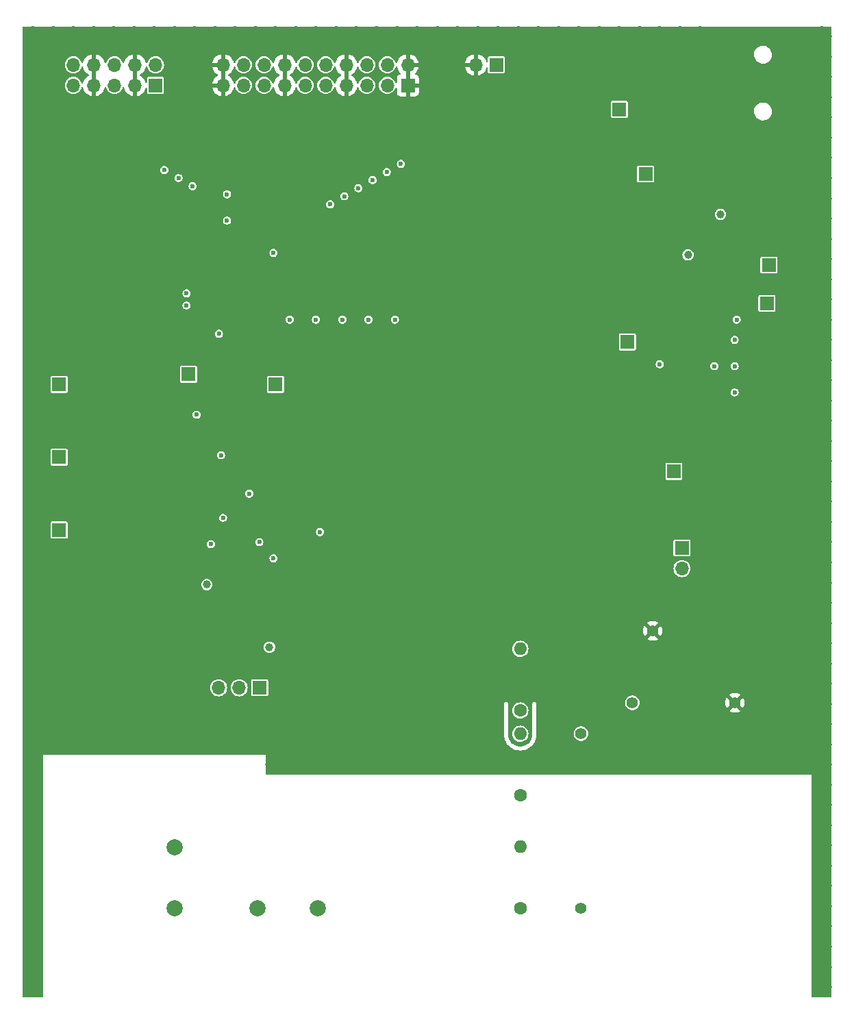
<source format=gbr>
%TF.GenerationSoftware,KiCad,Pcbnew,7.0.1*%
%TF.CreationDate,2023-04-12T20:57:28-06:00*%
%TF.ProjectId,Panoptes,50616e6f-7074-4657-932e-6b696361645f,3.0*%
%TF.SameCoordinates,PX16e3600PY1ba8140*%
%TF.FileFunction,Copper,L2,Inr*%
%TF.FilePolarity,Positive*%
%FSLAX46Y46*%
G04 Gerber Fmt 4.6, Leading zero omitted, Abs format (unit mm)*
G04 Created by KiCad (PCBNEW 7.0.1) date 2023-04-12 20:57:28*
%MOMM*%
%LPD*%
G01*
G04 APERTURE LIST*
%TA.AperFunction,ComponentPad*%
%ADD10R,1.700000X1.700000*%
%TD*%
%TA.AperFunction,ComponentPad*%
%ADD11O,1.700000X1.700000*%
%TD*%
%TA.AperFunction,ComponentPad*%
%ADD12C,1.600000*%
%TD*%
%TA.AperFunction,ComponentPad*%
%ADD13O,1.600000X1.600000*%
%TD*%
%TA.AperFunction,ComponentPad*%
%ADD14C,2.000000*%
%TD*%
%TA.AperFunction,ComponentPad*%
%ADD15C,1.400000*%
%TD*%
%TA.AperFunction,ViaPad*%
%ADD16C,0.600000*%
%TD*%
%TA.AperFunction,ViaPad*%
%ADD17C,1.000000*%
%TD*%
%TA.AperFunction,ViaPad*%
%ADD18C,2.500000*%
%TD*%
G04 APERTURE END LIST*
D10*
%TO.N,/-IN*%
%TO.C,TP13*%
X31250000Y-44250000D03*
%TD*%
%TO.N,/A_out_3*%
%TO.C,TP12*%
X4500000Y-53250000D03*
%TD*%
%TO.N,/+IN*%
%TO.C,TP9*%
X20500000Y-43000000D03*
%TD*%
%TO.N,/NO*%
%TO.C,TP8*%
X80500000Y-55000000D03*
%TD*%
%TO.N,/B_out_4*%
%TO.C,TP7*%
X4500000Y-44250000D03*
%TD*%
%TO.N,/B_out_2*%
%TO.C,TP6*%
X4500000Y-62250000D03*
%TD*%
%TO.N,+5V*%
%TO.C,TP5*%
X77000000Y-18250000D03*
%TD*%
%TO.N,+3V3*%
%TO.C,TP4*%
X73750000Y-10250000D03*
%TD*%
%TO.N,-5V*%
%TO.C,TP3*%
X92250000Y-29500000D03*
%TD*%
%TO.N,/TR_pin*%
%TO.C,TP2*%
X92000000Y-34250000D03*
%TD*%
%TO.N,/Q_out*%
%TO.C,TP1*%
X74750000Y-39000000D03*
%TD*%
%TO.N,/~CONVST*%
%TO.C,J1*%
X16410000Y-7290000D03*
D11*
%TO.N,/BUSY*%
X16410000Y-4750000D03*
%TO.N,GND*%
X13870000Y-7290000D03*
X13870000Y-4750000D03*
%TO.N,/~RD*%
X11330000Y-7290000D03*
%TO.N,/~A_PWD*%
X11330000Y-4750000D03*
%TO.N,GND*%
X8790000Y-7290000D03*
X8790000Y-4750000D03*
%TO.N,/~CS*%
X6250000Y-7290000D03*
%TO.N,/~PWD_RST*%
X6250000Y-4750000D03*
%TD*%
D12*
%TO.N,/HV*%
%TO.C,R23*%
X61500000Y-109000000D03*
D13*
%TO.N,Net-(R23-Pad2)*%
X61500000Y-101380000D03*
%TD*%
D10*
%TO.N,+5V*%
%TO.C,J5*%
X81500000Y-64475000D03*
D11*
%TO.N,/HV_+5V*%
X81500000Y-67015000D03*
%TD*%
D12*
%TO.N,Net-(R24-Pad2)*%
%TO.C,R25*%
X61500000Y-84560000D03*
D13*
%TO.N,Net-(R25-Pad2)*%
X61500000Y-76940000D03*
%TD*%
D12*
%TO.N,Net-(R23-Pad2)*%
%TO.C,R24*%
X61500000Y-95060000D03*
D13*
%TO.N,Net-(R24-Pad2)*%
X61500000Y-87440000D03*
%TD*%
D14*
%TO.N,/Vbias*%
%TO.C,C36*%
X36500000Y-109000000D03*
%TO.N,Net-(C36-Pad2)*%
X29000000Y-109000000D03*
%TD*%
%TO.N,Net-(C36-Pad2)*%
%TO.C,C37*%
X18750000Y-109000000D03*
%TO.N,/NC*%
X18750000Y-101500000D03*
%TD*%
D10*
%TO.N,GND*%
%TO.C,J2*%
X47610000Y-7290000D03*
D11*
X47610000Y-4750000D03*
%TO.N,/DB5*%
X45070000Y-7290000D03*
%TO.N,/DB11*%
X45070000Y-4750000D03*
%TO.N,/DB4*%
X42530000Y-7290000D03*
%TO.N,/DB10*%
X42530000Y-4750000D03*
%TO.N,GND*%
X39990000Y-7290000D03*
X39990000Y-4750000D03*
%TO.N,/DB3*%
X37450000Y-7290000D03*
%TO.N,/DB9*%
X37450000Y-4750000D03*
%TO.N,/DB2*%
X34910000Y-7290000D03*
%TO.N,/DB8*%
X34910000Y-4750000D03*
%TO.N,GND*%
X32370000Y-7290000D03*
X32370000Y-4750000D03*
%TO.N,/DB1*%
X29830000Y-7290000D03*
%TO.N,/DB7*%
X29830000Y-4750000D03*
%TO.N,/DB0*%
X27290000Y-7290000D03*
%TO.N,/DB6*%
X27290000Y-4750000D03*
%TO.N,GND*%
X24750000Y-7290000D03*
X24750000Y-4750000D03*
%TD*%
D10*
%TO.N,/NO*%
%TO.C,J4*%
X29290000Y-81750000D03*
D11*
%TO.N,/COM*%
X26750000Y-81750000D03*
%TO.N,/NC*%
X24210000Y-81750000D03*
%TD*%
D15*
%TO.N,/HV_+5V*%
%TO.C,U8*%
X75350000Y-83600000D03*
%TO.N,GND*%
X88050000Y-83600000D03*
%TO.N,/Vprogram*%
X69000000Y-87410000D03*
%TO.N,/HV*%
X69000000Y-109000000D03*
%TO.N,GND*%
X77890000Y-74710000D03*
%TD*%
D10*
%TO.N,/TR*%
%TO.C,J6*%
X58540000Y-4750000D03*
D11*
%TO.N,GND*%
X56000000Y-4750000D03*
%TD*%
D16*
%TO.N,+5V*%
X33000000Y-36250000D03*
X36250000Y-36250000D03*
X39500000Y-36250000D03*
X20250000Y-34500000D03*
X46000000Y-36250000D03*
D17*
X86250000Y-23250000D03*
D16*
X85500000Y-42000000D03*
X24500000Y-53000000D03*
X88000000Y-38750000D03*
X88000000Y-45250000D03*
X88250000Y-36250000D03*
X24250000Y-38000000D03*
X78750000Y-41750000D03*
X42750000Y-36250000D03*
X24750000Y-60750000D03*
X88000000Y-42000000D03*
X20250000Y-33000000D03*
D18*
%TO.N,GND*%
X98750000Y-91250000D03*
D16*
X64963729Y-58288816D03*
X22000000Y-22000000D03*
X93801897Y-79242662D03*
D18*
X38750000Y-91250000D03*
D16*
X53400189Y-39312710D03*
D18*
X1250000Y-31250000D03*
X1250000Y-46250000D03*
X98750000Y-26250000D03*
D16*
X8107856Y-33349617D03*
X20250000Y-18750000D03*
X94250000Y-2750000D03*
D18*
X8750000Y-1250000D03*
X1250000Y-6250000D03*
X58750000Y-91250000D03*
X98750000Y-8750000D03*
D16*
X64000000Y-83250000D03*
X53998219Y-14165263D03*
D18*
X98750000Y-58750000D03*
D16*
X15250000Y-36250000D03*
X13988373Y-83391909D03*
X53730180Y-34750000D03*
X23250000Y-63000000D03*
D18*
X98750000Y-63750000D03*
D16*
X49000000Y-9000000D03*
X42750000Y-39500000D03*
D18*
X98750000Y-76250000D03*
X1250000Y-8750000D03*
D16*
X90000000Y-40250000D03*
D18*
X98750000Y-116250000D03*
D16*
X40750000Y-21000000D03*
X9578688Y-38977614D03*
X69500000Y-58750000D03*
D18*
X98750000Y-103750000D03*
D16*
X82750000Y-4000000D03*
X63750000Y-34250000D03*
X20250000Y-58250000D03*
X39000000Y-22000000D03*
D18*
X1250000Y-76250000D03*
X1250000Y-96250000D03*
D16*
X23500000Y-14500000D03*
D18*
X41250000Y-1250000D03*
D16*
X48388564Y-38165903D03*
D18*
X1250000Y-16250000D03*
D16*
X43705042Y-58160820D03*
X22750000Y-35000000D03*
X44405333Y-24704136D03*
X14044532Y-19312820D03*
D18*
X56250000Y-1250000D03*
D16*
X9023117Y-74227190D03*
D18*
X38750000Y-1250000D03*
X26250000Y-88750000D03*
X83750000Y-91250000D03*
D16*
X84090635Y-69250000D03*
X36750000Y-63500000D03*
D18*
X13750000Y-88750000D03*
D16*
X96250000Y-5750000D03*
D18*
X1250000Y-111250000D03*
D16*
X90750000Y-19200000D03*
D18*
X1250000Y-71250000D03*
D16*
X73211174Y-69447755D03*
X29364781Y-49393239D03*
X48906489Y-59193586D03*
D18*
X98750000Y-36250000D03*
X98750000Y-16250000D03*
D16*
X58290408Y-60122951D03*
D18*
X51250000Y-1250000D03*
D16*
X64000000Y-79139733D03*
X15250000Y-48250000D03*
D18*
X1250000Y-101250000D03*
X98750000Y-93750000D03*
X3750000Y-88750000D03*
D16*
X79000000Y-64500000D03*
D18*
X93750000Y-91250000D03*
X21250000Y-88750000D03*
X1250000Y-108750000D03*
X28750000Y-1250000D03*
D16*
X22000000Y-25250000D03*
D18*
X53750000Y-91250000D03*
X1250000Y-11250000D03*
D16*
X90750000Y-21500000D03*
D18*
X1250000Y-93750000D03*
D16*
X94250000Y-5750000D03*
D18*
X8750000Y-88750000D03*
X71250000Y-91250000D03*
D16*
X88000000Y-23750000D03*
X53267639Y-59559274D03*
D18*
X98750000Y-118750000D03*
D16*
X95465014Y-70036489D03*
D18*
X98750000Y-106250000D03*
D16*
X18496580Y-8577239D03*
D18*
X3750000Y-1250000D03*
D16*
X74500000Y-23750000D03*
X69661383Y-78965944D03*
D18*
X1250000Y-43750000D03*
D16*
X39750000Y-58500000D03*
X83503566Y-64647520D03*
X93434157Y-54655123D03*
X69000000Y-69276547D03*
D18*
X81250000Y-1250000D03*
D16*
X59953624Y-43519889D03*
X40000000Y-45000000D03*
X88486235Y-53913981D03*
D18*
X1250000Y-48750000D03*
D16*
X82750000Y-9500000D03*
D18*
X1250000Y-28750000D03*
D16*
X32250000Y-53500000D03*
X94241603Y-83890691D03*
D18*
X1250000Y-56250000D03*
X1250000Y-73750000D03*
D16*
X68675618Y-7965373D03*
D18*
X98750000Y-21250000D03*
X98750000Y-1250000D03*
X1250000Y-68750000D03*
X98750000Y-13750000D03*
D16*
X18459556Y-63388399D03*
D18*
X1250000Y-98750000D03*
D16*
X68636099Y-73265823D03*
X32250000Y-56500000D03*
X87250000Y-50000000D03*
X31000000Y-66750000D03*
D18*
X98750000Y-68750000D03*
D16*
X85500000Y-18750000D03*
D18*
X71250000Y-1250000D03*
X63750000Y-1250000D03*
D17*
X76500000Y-10000000D03*
D18*
X1250000Y-83750000D03*
D16*
X15000000Y-14379986D03*
X93250000Y-4750000D03*
X67000000Y-38500000D03*
X93250000Y-2750000D03*
X18250000Y-52000000D03*
D18*
X56250000Y-91250000D03*
D16*
X13554706Y-69113225D03*
D18*
X98750000Y-33750000D03*
D16*
X88542155Y-59575113D03*
D18*
X1250000Y-58750000D03*
X1250000Y-66250000D03*
X13750000Y-1250000D03*
X1250000Y-1250000D03*
D16*
X82500000Y-11250000D03*
D18*
X1250000Y-113750000D03*
D16*
X39500000Y-39500000D03*
D18*
X83750000Y-1250000D03*
D16*
X87750000Y-19450000D03*
D18*
X98750000Y-23750000D03*
D16*
X8382683Y-78006511D03*
D18*
X98750000Y-78750000D03*
D16*
X8747109Y-68915959D03*
X50280373Y-23877282D03*
D18*
X96250000Y-91250000D03*
D16*
X61250000Y-62500000D03*
X68000141Y-84931860D03*
D18*
X98750000Y-101250000D03*
X1250000Y-51250000D03*
D16*
X80032457Y-84223516D03*
D18*
X31250000Y-88750000D03*
D16*
X42500000Y-20000000D03*
D18*
X1250000Y-18750000D03*
D16*
X95348706Y-50424257D03*
X58500000Y-87250000D03*
D18*
X1250000Y-26250000D03*
X46250000Y-1250000D03*
X76250000Y-1250000D03*
D16*
X45000000Y-49000000D03*
D18*
X33750000Y-91250000D03*
D16*
X94359422Y-58967722D03*
D18*
X98750000Y-96250000D03*
D16*
X64985320Y-25417079D03*
X39500000Y-33000000D03*
X22750000Y-33500000D03*
X13863253Y-79997349D03*
X40250000Y-69500000D03*
X22000000Y-19750000D03*
X73250000Y-44500000D03*
X79000000Y-60000000D03*
D18*
X61250000Y-1250000D03*
D16*
X33708040Y-85201302D03*
X55750000Y-63000000D03*
X36250000Y-33000000D03*
D18*
X41250000Y-91250000D03*
X1250000Y-81250000D03*
D16*
X34043130Y-45131647D03*
X88149294Y-20288602D03*
X70000000Y-18250000D03*
D18*
X98750000Y-18750000D03*
D16*
X43510663Y-54506865D03*
X83500000Y-31000000D03*
X83743871Y-72985120D03*
X18380230Y-69823634D03*
D18*
X98750000Y-86250000D03*
X98750000Y-56250000D03*
X1250000Y-106250000D03*
X1250000Y-116250000D03*
D16*
X29129333Y-84639058D03*
D18*
X11250000Y-1250000D03*
D16*
X79511849Y-15374814D03*
D18*
X98750000Y-88750000D03*
X1250000Y-86250000D03*
D16*
X58998655Y-38750000D03*
D18*
X98750000Y-83750000D03*
X1250000Y-103750000D03*
D16*
X80000000Y-18750000D03*
X45050196Y-39669400D03*
X91750000Y-23250000D03*
X25000000Y-35500000D03*
X10312528Y-85346230D03*
X78250000Y-6775000D03*
D18*
X43750000Y-91250000D03*
X78750000Y-91250000D03*
D16*
X28500000Y-29500000D03*
X55466921Y-55220075D03*
D18*
X48750000Y-1250000D03*
X66250000Y-91250000D03*
D16*
X53699886Y-44500000D03*
X54400594Y-30206853D03*
X80500000Y-46750000D03*
D18*
X16250000Y-88750000D03*
D16*
X34500000Y-75500000D03*
X48478880Y-20311963D03*
X54258022Y-18224086D03*
D18*
X1250000Y-78750000D03*
X76250000Y-91250000D03*
D16*
X42500000Y-85201302D03*
X84500000Y-25000000D03*
X39458391Y-64686486D03*
D18*
X73750000Y-1250000D03*
X98750000Y-46250000D03*
D16*
X38437002Y-75202251D03*
X95219155Y-44777471D03*
X90343443Y-73385143D03*
X14250000Y-42750000D03*
D18*
X98750000Y-111250000D03*
D16*
X36250000Y-39500000D03*
X48807356Y-29410263D03*
D18*
X98750000Y-31250000D03*
D16*
X33321460Y-34346459D03*
D18*
X81250000Y-91250000D03*
X53750000Y-1250000D03*
X1250000Y-88750000D03*
D16*
X43214822Y-70052631D03*
X28750000Y-34500000D03*
X54000000Y-9250000D03*
D18*
X1250000Y-36250000D03*
D16*
X95250000Y-5750000D03*
D18*
X98750000Y-71250000D03*
X1250000Y-3750000D03*
D16*
X34000000Y-78750000D03*
X60400546Y-28231830D03*
X19397213Y-74868617D03*
X94807033Y-65363983D03*
X29500000Y-26500000D03*
X19554778Y-54730951D03*
X89316570Y-8485968D03*
X95250000Y-2750000D03*
D18*
X31250000Y-91250000D03*
D16*
X26500000Y-35500000D03*
X29252753Y-78243873D03*
X83750000Y-58750000D03*
D18*
X36250000Y-1250000D03*
X98750000Y-51250000D03*
D16*
X64000000Y-13250000D03*
X7500000Y-14250000D03*
X44250000Y-19000000D03*
D18*
X68750000Y-91250000D03*
X26250000Y-1250000D03*
X23750000Y-1250000D03*
D16*
X18500000Y-17750000D03*
X93250000Y-3750000D03*
X90000000Y-43500000D03*
D18*
X98750000Y-81250000D03*
D16*
X63750000Y-73088730D03*
X45152571Y-45005627D03*
X23042127Y-83850483D03*
X48750000Y-48456917D03*
D18*
X98750000Y-3750000D03*
D16*
X13787225Y-24142065D03*
D18*
X88750000Y-91250000D03*
D16*
X23500000Y-29500000D03*
D18*
X11250000Y-88750000D03*
D16*
X26000000Y-10000000D03*
X68250000Y-63250000D03*
D18*
X98750000Y-66250000D03*
D16*
X8227686Y-29307792D03*
X8750000Y-24000000D03*
D18*
X98750000Y-53750000D03*
D16*
X39750000Y-88250000D03*
D18*
X68750000Y-1250000D03*
D16*
X28250000Y-35500000D03*
D18*
X98750000Y-73750000D03*
D16*
X95276257Y-73573250D03*
D18*
X98750000Y-98750000D03*
D16*
X78500000Y-23000000D03*
D18*
X1250000Y-118750000D03*
X1250000Y-33750000D03*
D16*
X77000000Y-43500000D03*
X14218204Y-59975032D03*
X35383422Y-38910498D03*
X14995623Y-73403378D03*
X39002382Y-54188556D03*
X69250000Y-28750000D03*
X33750000Y-49000000D03*
X82500000Y-14250000D03*
D18*
X98750000Y-48750000D03*
X16250000Y-1250000D03*
X51250000Y-91250000D03*
D16*
X25250000Y-19750000D03*
X46000000Y-18000000D03*
D18*
X73750000Y-91250000D03*
D16*
X84577051Y-78603880D03*
X48798135Y-43838991D03*
X22750000Y-30750000D03*
X63510444Y-9374868D03*
D18*
X46250000Y-91250000D03*
D16*
X73562141Y-59152524D03*
D18*
X1250000Y-61250000D03*
X1250000Y-53750000D03*
X98750000Y-28750000D03*
X1250000Y-23750000D03*
X61250000Y-91250000D03*
D16*
X6250000Y-82000000D03*
X89809922Y-13876856D03*
D18*
X91250000Y-91250000D03*
X98750000Y-61250000D03*
D16*
X73359539Y-14409377D03*
X42750000Y-33000000D03*
D18*
X58750000Y-1250000D03*
X6250000Y-1250000D03*
D16*
X93250000Y-5750000D03*
D18*
X21250000Y-1250000D03*
X43750000Y-1250000D03*
D16*
X23250000Y-23750000D03*
X9763550Y-20072605D03*
X83750000Y-54000000D03*
X59500000Y-68750000D03*
X20239504Y-80072509D03*
X29250000Y-60750000D03*
D18*
X18750000Y-1250000D03*
D16*
X64750000Y-68750000D03*
X47750000Y-17000000D03*
D18*
X63750000Y-91250000D03*
D16*
X59924148Y-15213903D03*
D18*
X86250000Y-91250000D03*
X98750000Y-6250000D03*
D16*
X27500000Y-66000000D03*
D18*
X1250000Y-91250000D03*
X98750000Y-11250000D03*
D16*
X70750000Y-6500000D03*
X85250000Y-40250000D03*
X18500000Y-36250000D03*
X95353756Y-35014821D03*
D18*
X1250000Y-38750000D03*
D16*
X53931916Y-24105820D03*
X46000000Y-33000000D03*
D18*
X98750000Y-108750000D03*
D16*
X85444431Y-83521793D03*
X27500000Y-41500000D03*
X88277596Y-68920632D03*
D18*
X98750000Y-38750000D03*
D16*
X50144608Y-53896120D03*
X31000000Y-24500000D03*
X43462157Y-64539173D03*
X96250000Y-2750000D03*
X58750000Y-74553032D03*
D18*
X98750000Y-113750000D03*
X48750000Y-91250000D03*
D16*
X80053417Y-75136616D03*
X37500000Y-79750000D03*
D18*
X78750000Y-1250000D03*
D16*
X88134613Y-63779716D03*
X88763213Y-24300466D03*
X44485959Y-29576148D03*
D18*
X36250000Y-91250000D03*
D16*
X89768338Y-79415476D03*
D18*
X98750000Y-41250000D03*
X23750000Y-88750000D03*
D16*
X49464074Y-33421810D03*
D18*
X1250000Y-13750000D03*
D16*
X33000000Y-39500000D03*
D18*
X31250000Y-1250000D03*
D16*
X55500000Y-50000000D03*
X80095492Y-78843746D03*
D18*
X1250000Y-63750000D03*
X6250000Y-88750000D03*
D16*
X95343296Y-38676908D03*
X73000000Y-36500000D03*
D18*
X28750000Y-88750000D03*
X1250000Y-21250000D03*
X1250000Y-41250000D03*
D16*
X49596849Y-15088754D03*
X59425683Y-18993752D03*
D18*
X66250000Y-1250000D03*
X98750000Y-43750000D03*
X33750000Y-1250000D03*
D16*
X35750000Y-70000000D03*
X80500000Y-50000000D03*
%TO.N,+3V3*%
X25250000Y-24000000D03*
X25250000Y-20750000D03*
X31000000Y-28000000D03*
D17*
%TO.N,/A_out_1*%
X30500000Y-76750000D03*
X22750000Y-69000000D03*
D16*
%TO.N,-5V*%
X29250000Y-63750000D03*
X28000000Y-57750000D03*
D17*
X82250000Y-28250000D03*
D16*
%TO.N,/~PWD_RST*%
X17500000Y-17750000D03*
%TO.N,/~A_PWD*%
X19250000Y-18750000D03*
%TO.N,/BUSY*%
X21000000Y-19750000D03*
%TO.N,/DB6*%
X38000000Y-22000000D03*
%TO.N,/DB7*%
X39750000Y-21000000D03*
%TO.N,/DB8*%
X41500000Y-20000000D03*
%TO.N,/DB9*%
X43250000Y-19000000D03*
%TO.N,/DB10*%
X45000000Y-18000000D03*
%TO.N,/DB11*%
X46750000Y-17000000D03*
%TO.N,/B-2*%
X23250000Y-64000000D03*
X31000000Y-65750000D03*
%TO.N,Net-(C35-Pad2)*%
X21500000Y-48000000D03*
X36750000Y-62500000D03*
%TD*%
%TA.AperFunction,Conductor*%
%TO.N,GND*%
G36*
X99950000Y-13763D02*
G01*
X99986237Y-50000D01*
X99999500Y-99500D01*
X99999500Y-119900500D01*
X99986237Y-119950000D01*
X99950000Y-119986237D01*
X99900500Y-119999500D01*
X97599000Y-119999500D01*
X97549500Y-119986237D01*
X97513263Y-119950000D01*
X97500000Y-119900500D01*
X97500000Y-92500001D01*
X97500000Y-92500000D01*
X97499999Y-92500000D01*
X30099000Y-92500000D01*
X30049500Y-92486737D01*
X30013263Y-92450500D01*
X30000000Y-92401000D01*
X30000000Y-90000001D01*
X30000000Y-90000000D01*
X2500000Y-90000000D01*
X2500000Y-90000001D01*
X2500000Y-119900500D01*
X2486737Y-119950000D01*
X2450500Y-119986237D01*
X2401000Y-119999500D01*
X99500Y-119999500D01*
X50000Y-119986237D01*
X13763Y-119950000D01*
X500Y-119900500D01*
X500Y-87636838D01*
X59499500Y-87636838D01*
X59536764Y-87907963D01*
X59546362Y-87942218D01*
X59610602Y-88171492D01*
X59719635Y-88422511D01*
X59761013Y-88490554D01*
X59861834Y-88656349D01*
X60034543Y-88868635D01*
X60234560Y-89055439D01*
X60345192Y-89133531D01*
X60458143Y-89213260D01*
X60701136Y-89339169D01*
X60959010Y-89430818D01*
X60959013Y-89430819D01*
X61226960Y-89486499D01*
X61259817Y-89488746D01*
X61500000Y-89505175D01*
X61755558Y-89487694D01*
X61773039Y-89486499D01*
X62040986Y-89430819D01*
X62040987Y-89430818D01*
X62040990Y-89430818D01*
X62298864Y-89339169D01*
X62541857Y-89213260D01*
X62765442Y-89055437D01*
X62965454Y-88868638D01*
X63135072Y-88660151D01*
X63138165Y-88656349D01*
X63138165Y-88656347D01*
X63138168Y-88656345D01*
X63280365Y-88422511D01*
X63389398Y-88171492D01*
X63463235Y-87907965D01*
X63500500Y-87636838D01*
X63500500Y-87500000D01*
X63500500Y-87499500D01*
X63500500Y-87410000D01*
X68094540Y-87410000D01*
X68114326Y-87598256D01*
X68157148Y-87730049D01*
X68172821Y-87778284D01*
X68267468Y-87942218D01*
X68394126Y-88082886D01*
X68394129Y-88082888D01*
X68547270Y-88194151D01*
X68720197Y-88271144D01*
X68905354Y-88310500D01*
X69094644Y-88310500D01*
X69094646Y-88310500D01*
X69279803Y-88271144D01*
X69452730Y-88194151D01*
X69605871Y-88082888D01*
X69732533Y-87942216D01*
X69827179Y-87778284D01*
X69885674Y-87598256D01*
X69905460Y-87410000D01*
X69885674Y-87221744D01*
X69827179Y-87041716D01*
X69732533Y-86877784D01*
X69732532Y-86877783D01*
X69732531Y-86877781D01*
X69605873Y-86737113D01*
X69529300Y-86681480D01*
X69452730Y-86625849D01*
X69452728Y-86625848D01*
X69279804Y-86548856D01*
X69218083Y-86535737D01*
X69094646Y-86509500D01*
X68905354Y-86509500D01*
X68812775Y-86529177D01*
X68720195Y-86548856D01*
X68547271Y-86625848D01*
X68394126Y-86737113D01*
X68267468Y-86877781D01*
X68172821Y-87041715D01*
X68172821Y-87041716D01*
X68114326Y-87221744D01*
X68094540Y-87410000D01*
X63500500Y-87410000D01*
X63500500Y-84606880D01*
X87396672Y-84606880D01*
X87512819Y-84678796D01*
X87720200Y-84759137D01*
X87938802Y-84800000D01*
X88161198Y-84800000D01*
X88379799Y-84759137D01*
X88587178Y-84678798D01*
X88703326Y-84606880D01*
X88049999Y-83953553D01*
X87396672Y-84606880D01*
X63500500Y-84606880D01*
X63500500Y-83749901D01*
X63500500Y-83705830D01*
X63470286Y-83622818D01*
X63451139Y-83600000D01*
X74444540Y-83600000D01*
X74451336Y-83664666D01*
X74464326Y-83788255D01*
X74522821Y-83968284D01*
X74617468Y-84132218D01*
X74744126Y-84272886D01*
X74744129Y-84272888D01*
X74897270Y-84384151D01*
X75070197Y-84461144D01*
X75255354Y-84500500D01*
X75444644Y-84500500D01*
X75444646Y-84500500D01*
X75629803Y-84461144D01*
X75802730Y-84384151D01*
X75955871Y-84272888D01*
X76082533Y-84132216D01*
X76177179Y-83968284D01*
X76235674Y-83788256D01*
X76255460Y-83600000D01*
X76255460Y-83599999D01*
X86844859Y-83599999D01*
X86865379Y-83821445D01*
X86926239Y-84035348D01*
X87025366Y-84234422D01*
X87041138Y-84255307D01*
X87696445Y-83599999D01*
X88403553Y-83599999D01*
X89058861Y-84255307D01*
X89074631Y-84234424D01*
X89173760Y-84035348D01*
X89234620Y-83821445D01*
X89255140Y-83599999D01*
X89234620Y-83378554D01*
X89173760Y-83164651D01*
X89074633Y-82965577D01*
X89058861Y-82944691D01*
X88403553Y-83599999D01*
X87696445Y-83599999D01*
X87041137Y-82944691D01*
X87025367Y-82965575D01*
X86926239Y-83164651D01*
X86865379Y-83378554D01*
X86844859Y-83599999D01*
X76255460Y-83599999D01*
X76235674Y-83411744D01*
X76177179Y-83231716D01*
X76082533Y-83067784D01*
X76082532Y-83067783D01*
X76082531Y-83067781D01*
X75955873Y-82927113D01*
X75879300Y-82871480D01*
X75802730Y-82815849D01*
X75802728Y-82815848D01*
X75629804Y-82738856D01*
X75565707Y-82725232D01*
X75444646Y-82699500D01*
X75255354Y-82699500D01*
X75162775Y-82719178D01*
X75070195Y-82738856D01*
X74897271Y-82815848D01*
X74744126Y-82927113D01*
X74617468Y-83067781D01*
X74522821Y-83231715D01*
X74522821Y-83231716D01*
X74464326Y-83411744D01*
X74444540Y-83600000D01*
X63451139Y-83600000D01*
X63413502Y-83555145D01*
X63336998Y-83510976D01*
X63250000Y-83495636D01*
X63163001Y-83510976D01*
X63086497Y-83555145D01*
X63029715Y-83622816D01*
X63029714Y-83622817D01*
X63029714Y-83622818D01*
X62999500Y-83705830D01*
X62999500Y-83705832D01*
X62999500Y-87496107D01*
X62999195Y-87503876D01*
X62990057Y-87619969D01*
X62990024Y-87620375D01*
X62980937Y-87730040D01*
X62978540Y-87744976D01*
X62951566Y-87857332D01*
X62951272Y-87858524D01*
X62924300Y-87965032D01*
X62919793Y-87978615D01*
X62875573Y-88085372D01*
X62874771Y-88087253D01*
X62830662Y-88187814D01*
X62824411Y-88199775D01*
X62764052Y-88298271D01*
X62762520Y-88300691D01*
X62702472Y-88392601D01*
X62694873Y-88402748D01*
X62619880Y-88490554D01*
X62617437Y-88493310D01*
X62543070Y-88574094D01*
X62534528Y-88582324D01*
X62446733Y-88657307D01*
X62443245Y-88660151D01*
X62356627Y-88727569D01*
X62347547Y-88733856D01*
X62249105Y-88794181D01*
X62244496Y-88796837D01*
X62147984Y-88849066D01*
X62138753Y-88853462D01*
X62032077Y-88897650D01*
X62026334Y-88899822D01*
X61922572Y-88935442D01*
X61913540Y-88938070D01*
X61801276Y-88965023D01*
X61794459Y-88966409D01*
X61686239Y-88984468D01*
X61677712Y-88985513D01*
X61562617Y-88994572D01*
X61554849Y-88994877D01*
X61445151Y-88994877D01*
X61437383Y-88994572D01*
X61322286Y-88985513D01*
X61313759Y-88984468D01*
X61205539Y-88966409D01*
X61198722Y-88965023D01*
X61086458Y-88938070D01*
X61077426Y-88935442D01*
X60992754Y-88906375D01*
X60973656Y-88899819D01*
X60967942Y-88897658D01*
X60897882Y-88868638D01*
X60861245Y-88853462D01*
X60852014Y-88849066D01*
X60755502Y-88796837D01*
X60750910Y-88794191D01*
X60652439Y-88733848D01*
X60643371Y-88727569D01*
X60556753Y-88660151D01*
X60553285Y-88657323D01*
X60465456Y-88582311D01*
X60456933Y-88574099D01*
X60382546Y-88493294D01*
X60380133Y-88490571D01*
X60305121Y-88402743D01*
X60297530Y-88392607D01*
X60237455Y-88300655D01*
X60235988Y-88298338D01*
X60175575Y-88199752D01*
X60169344Y-88187831D01*
X60125212Y-88087218D01*
X60124425Y-88085372D01*
X60123396Y-88082888D01*
X60080203Y-87978611D01*
X60075700Y-87965038D01*
X60048686Y-87858363D01*
X60048474Y-87857503D01*
X60021456Y-87744968D01*
X60019062Y-87730049D01*
X60009958Y-87620183D01*
X60000804Y-87503874D01*
X60000500Y-87496109D01*
X60000500Y-87440000D01*
X60494658Y-87440000D01*
X60513975Y-87636130D01*
X60571185Y-87824727D01*
X60664088Y-87998536D01*
X60664090Y-87998538D01*
X60789117Y-88150883D01*
X60848692Y-88199775D01*
X60941463Y-88275911D01*
X61115272Y-88368814D01*
X61209570Y-88397418D01*
X61303868Y-88426024D01*
X61500000Y-88445341D01*
X61696132Y-88426024D01*
X61884727Y-88368814D01*
X62058538Y-88275910D01*
X62210883Y-88150883D01*
X62335910Y-87998538D01*
X62428814Y-87824727D01*
X62486024Y-87636132D01*
X62505341Y-87440000D01*
X62486024Y-87243868D01*
X62428814Y-87055273D01*
X62428814Y-87055272D01*
X62335911Y-86881463D01*
X62316900Y-86858298D01*
X62210883Y-86729117D01*
X62058538Y-86604090D01*
X62058539Y-86604090D01*
X62058536Y-86604088D01*
X61884727Y-86511185D01*
X61696130Y-86453975D01*
X61500000Y-86434658D01*
X61303869Y-86453975D01*
X61115272Y-86511185D01*
X60941463Y-86604088D01*
X60789117Y-86729117D01*
X60664088Y-86881463D01*
X60571185Y-87055272D01*
X60513975Y-87243869D01*
X60494658Y-87440000D01*
X60000500Y-87440000D01*
X60000500Y-84559999D01*
X60494658Y-84559999D01*
X60513975Y-84756130D01*
X60571185Y-84944727D01*
X60664088Y-85118536D01*
X60664090Y-85118538D01*
X60789117Y-85270883D01*
X60918298Y-85376900D01*
X60941463Y-85395911D01*
X61115272Y-85488814D01*
X61209570Y-85517419D01*
X61303868Y-85546024D01*
X61500000Y-85565341D01*
X61696132Y-85546024D01*
X61884727Y-85488814D01*
X62058538Y-85395910D01*
X62210883Y-85270883D01*
X62335910Y-85118538D01*
X62428814Y-84944727D01*
X62486024Y-84756132D01*
X62505341Y-84560000D01*
X62486024Y-84363868D01*
X62428814Y-84175273D01*
X62428814Y-84175272D01*
X62335911Y-84001463D01*
X62296592Y-83953553D01*
X62210883Y-83849117D01*
X62058538Y-83724090D01*
X62058539Y-83724090D01*
X62058536Y-83724088D01*
X61884727Y-83631185D01*
X61696130Y-83573975D01*
X61500000Y-83554658D01*
X61303869Y-83573975D01*
X61115272Y-83631185D01*
X60941463Y-83724088D01*
X60789117Y-83849117D01*
X60664088Y-84001463D01*
X60571185Y-84175272D01*
X60513975Y-84363869D01*
X60494658Y-84559999D01*
X60000500Y-84559999D01*
X60000500Y-83705832D01*
X60000500Y-83705830D01*
X59970286Y-83622818D01*
X59951139Y-83600000D01*
X59913502Y-83555145D01*
X59836998Y-83510976D01*
X59750000Y-83495636D01*
X59663001Y-83510976D01*
X59586497Y-83555145D01*
X59529715Y-83622816D01*
X59529714Y-83622817D01*
X59529714Y-83622818D01*
X59499500Y-83705830D01*
X59499500Y-83705832D01*
X59499500Y-87636838D01*
X500Y-87636838D01*
X500Y-81749999D01*
X23154416Y-81749999D01*
X23174699Y-81955933D01*
X23234767Y-82153952D01*
X23234768Y-82153954D01*
X23332315Y-82336450D01*
X23463590Y-82496410D01*
X23623550Y-82627685D01*
X23806046Y-82725232D01*
X24004066Y-82785300D01*
X24210000Y-82805583D01*
X24415934Y-82785300D01*
X24613954Y-82725232D01*
X24796450Y-82627685D01*
X24956410Y-82496410D01*
X25087685Y-82336450D01*
X25185232Y-82153954D01*
X25245300Y-81955934D01*
X25265583Y-81750000D01*
X25265583Y-81749999D01*
X25694416Y-81749999D01*
X25714699Y-81955933D01*
X25774767Y-82153952D01*
X25774768Y-82153954D01*
X25872315Y-82336450D01*
X26003590Y-82496410D01*
X26163550Y-82627685D01*
X26346046Y-82725232D01*
X26544066Y-82785300D01*
X26750000Y-82805583D01*
X26955934Y-82785300D01*
X27153954Y-82725232D01*
X27336450Y-82627685D01*
X27346123Y-82619747D01*
X28239500Y-82619747D01*
X28251133Y-82678231D01*
X28295447Y-82744552D01*
X28339762Y-82774162D01*
X28361769Y-82788867D01*
X28420252Y-82800500D01*
X30159747Y-82800500D01*
X30159748Y-82800500D01*
X30218231Y-82788867D01*
X30284552Y-82744552D01*
X30328867Y-82678231D01*
X30340500Y-82619748D01*
X30340500Y-82593118D01*
X87396672Y-82593118D01*
X88049999Y-83246445D01*
X88703326Y-82593118D01*
X88587180Y-82521203D01*
X88379799Y-82440862D01*
X88161198Y-82400000D01*
X87938802Y-82400000D01*
X87720200Y-82440862D01*
X87512819Y-82521203D01*
X87396672Y-82593118D01*
X30340500Y-82593118D01*
X30340500Y-80880252D01*
X30328867Y-80821769D01*
X30314162Y-80799761D01*
X30284552Y-80755447D01*
X30218231Y-80711133D01*
X30218230Y-80711132D01*
X30159748Y-80699500D01*
X28420252Y-80699500D01*
X28391010Y-80705316D01*
X28361768Y-80711133D01*
X28295447Y-80755447D01*
X28251133Y-80821768D01*
X28239500Y-80880253D01*
X28239500Y-82619747D01*
X27346123Y-82619747D01*
X27496410Y-82496410D01*
X27627685Y-82336450D01*
X27725232Y-82153954D01*
X27785300Y-81955934D01*
X27805583Y-81750000D01*
X27785300Y-81544066D01*
X27725232Y-81346046D01*
X27627685Y-81163550D01*
X27496410Y-81003590D01*
X27336450Y-80872315D01*
X27153954Y-80774768D01*
X27153953Y-80774767D01*
X27153952Y-80774767D01*
X26955933Y-80714699D01*
X26750000Y-80694416D01*
X26544066Y-80714699D01*
X26346047Y-80774767D01*
X26163549Y-80872315D01*
X26003590Y-81003590D01*
X25872315Y-81163549D01*
X25774767Y-81346047D01*
X25714699Y-81544066D01*
X25694416Y-81749999D01*
X25265583Y-81749999D01*
X25245300Y-81544066D01*
X25185232Y-81346046D01*
X25087685Y-81163550D01*
X24956410Y-81003590D01*
X24796450Y-80872315D01*
X24613954Y-80774768D01*
X24613953Y-80774767D01*
X24613952Y-80774767D01*
X24415933Y-80714699D01*
X24210000Y-80694416D01*
X24004066Y-80714699D01*
X23806047Y-80774767D01*
X23623549Y-80872315D01*
X23463590Y-81003590D01*
X23332315Y-81163549D01*
X23234767Y-81346047D01*
X23174699Y-81544066D01*
X23154416Y-81749999D01*
X500Y-81749999D01*
X500Y-76750000D01*
X29794354Y-76750000D01*
X29814859Y-76918870D01*
X29814860Y-76918872D01*
X29875182Y-77077930D01*
X29971817Y-77217929D01*
X29971818Y-77217930D01*
X30099145Y-77330733D01*
X30177864Y-77372048D01*
X30249775Y-77409790D01*
X30332359Y-77430144D01*
X30414943Y-77450500D01*
X30414944Y-77450500D01*
X30585056Y-77450500D01*
X30585057Y-77450500D01*
X30640112Y-77436929D01*
X30750225Y-77409790D01*
X30900852Y-77330734D01*
X30900851Y-77330734D01*
X30900854Y-77330733D01*
X30964517Y-77274331D01*
X31028183Y-77217929D01*
X31124818Y-77077930D01*
X31177128Y-76939999D01*
X60494658Y-76939999D01*
X60513975Y-77136130D01*
X60571185Y-77324727D01*
X60664088Y-77498536D01*
X60664090Y-77498538D01*
X60789117Y-77650883D01*
X60918298Y-77756900D01*
X60941463Y-77775911D01*
X61115272Y-77868814D01*
X61209570Y-77897418D01*
X61303868Y-77926024D01*
X61500000Y-77945341D01*
X61696132Y-77926024D01*
X61884727Y-77868814D01*
X62058538Y-77775910D01*
X62210883Y-77650883D01*
X62335910Y-77498538D01*
X62428814Y-77324727D01*
X62486024Y-77136132D01*
X62505341Y-76940000D01*
X62486024Y-76743868D01*
X62457418Y-76649570D01*
X62428814Y-76555272D01*
X62335911Y-76381463D01*
X62254341Y-76282071D01*
X62210883Y-76229117D01*
X62058538Y-76104090D01*
X62058539Y-76104090D01*
X62058536Y-76104088D01*
X61884727Y-76011185D01*
X61696130Y-75953975D01*
X61500000Y-75934658D01*
X61303869Y-75953975D01*
X61115272Y-76011185D01*
X60941463Y-76104088D01*
X60789117Y-76229117D01*
X60664088Y-76381463D01*
X60571185Y-76555272D01*
X60513975Y-76743869D01*
X60494658Y-76939999D01*
X31177128Y-76939999D01*
X31185140Y-76918872D01*
X31205645Y-76750000D01*
X31185140Y-76581128D01*
X31124818Y-76422070D01*
X31028183Y-76282071D01*
X31028181Y-76282069D01*
X30900854Y-76169266D01*
X30750223Y-76090209D01*
X30585057Y-76049500D01*
X30585056Y-76049500D01*
X30414944Y-76049500D01*
X30414943Y-76049500D01*
X30249776Y-76090209D01*
X30099145Y-76169266D01*
X29971818Y-76282069D01*
X29875182Y-76422070D01*
X29814859Y-76581129D01*
X29794354Y-76750000D01*
X500Y-76750000D01*
X500Y-75716880D01*
X77236672Y-75716880D01*
X77352819Y-75788796D01*
X77560200Y-75869137D01*
X77778802Y-75910000D01*
X78001198Y-75910000D01*
X78219799Y-75869137D01*
X78427178Y-75788798D01*
X78543326Y-75716880D01*
X77889999Y-75063553D01*
X77236672Y-75716880D01*
X500Y-75716880D01*
X500Y-74710000D01*
X76684859Y-74710000D01*
X76705379Y-74931445D01*
X76766239Y-75145348D01*
X76865366Y-75344422D01*
X76881138Y-75365307D01*
X77536445Y-74709999D01*
X78243553Y-74709999D01*
X78898861Y-75365307D01*
X78914631Y-75344424D01*
X79013760Y-75145348D01*
X79074620Y-74931445D01*
X79095140Y-74710000D01*
X79074620Y-74488554D01*
X79013760Y-74274651D01*
X78914633Y-74075577D01*
X78898861Y-74054691D01*
X78243553Y-74709999D01*
X77536445Y-74709999D01*
X76881137Y-74054691D01*
X76865367Y-74075575D01*
X76766239Y-74274651D01*
X76705379Y-74488554D01*
X76684859Y-74710000D01*
X500Y-74710000D01*
X500Y-73703118D01*
X77236672Y-73703118D01*
X77889999Y-74356445D01*
X78543326Y-73703118D01*
X78427180Y-73631203D01*
X78219799Y-73550862D01*
X78001198Y-73510000D01*
X77778802Y-73510000D01*
X77560200Y-73550862D01*
X77352819Y-73631203D01*
X77236672Y-73703118D01*
X500Y-73703118D01*
X500Y-69000000D01*
X22044354Y-69000000D01*
X22064859Y-69168870D01*
X22064860Y-69168872D01*
X22125182Y-69327930D01*
X22221817Y-69467929D01*
X22221818Y-69467930D01*
X22349145Y-69580733D01*
X22427864Y-69622048D01*
X22499775Y-69659790D01*
X22582359Y-69680144D01*
X22664943Y-69700500D01*
X22664944Y-69700500D01*
X22835056Y-69700500D01*
X22835057Y-69700500D01*
X22890112Y-69686930D01*
X23000225Y-69659790D01*
X23150852Y-69580734D01*
X23150851Y-69580734D01*
X23150854Y-69580733D01*
X23214517Y-69524331D01*
X23278183Y-69467929D01*
X23374818Y-69327930D01*
X23435140Y-69168872D01*
X23455645Y-69000000D01*
X23435140Y-68831128D01*
X23374818Y-68672070D01*
X23278183Y-68532071D01*
X23278181Y-68532069D01*
X23150854Y-68419266D01*
X23000223Y-68340209D01*
X22835057Y-68299500D01*
X22835056Y-68299500D01*
X22664944Y-68299500D01*
X22664943Y-68299500D01*
X22499776Y-68340209D01*
X22349145Y-68419266D01*
X22221818Y-68532069D01*
X22125182Y-68672070D01*
X22064859Y-68831129D01*
X22044354Y-69000000D01*
X500Y-69000000D01*
X500Y-67014999D01*
X80444416Y-67014999D01*
X80464699Y-67220933D01*
X80524767Y-67418952D01*
X80524768Y-67418954D01*
X80622315Y-67601450D01*
X80753590Y-67761410D01*
X80913550Y-67892685D01*
X81096046Y-67990232D01*
X81294066Y-68050300D01*
X81500000Y-68070583D01*
X81705934Y-68050300D01*
X81903954Y-67990232D01*
X82086450Y-67892685D01*
X82246410Y-67761410D01*
X82377685Y-67601450D01*
X82475232Y-67418954D01*
X82535300Y-67220934D01*
X82555583Y-67015000D01*
X82535300Y-66809066D01*
X82475232Y-66611046D01*
X82377685Y-66428550D01*
X82246410Y-66268590D01*
X82086450Y-66137315D01*
X81903954Y-66039768D01*
X81903953Y-66039767D01*
X81903952Y-66039767D01*
X81705933Y-65979699D01*
X81500000Y-65959416D01*
X81294066Y-65979699D01*
X81096047Y-66039767D01*
X80913549Y-66137315D01*
X80753590Y-66268590D01*
X80622315Y-66428549D01*
X80524767Y-66611047D01*
X80464699Y-66809066D01*
X80444416Y-67014999D01*
X500Y-67014999D01*
X500Y-65750000D01*
X30494352Y-65750000D01*
X30514834Y-65892455D01*
X30554677Y-65979699D01*
X30574623Y-66023373D01*
X30668872Y-66132143D01*
X30668874Y-66132145D01*
X30789945Y-66209952D01*
X30789947Y-66209953D01*
X30928039Y-66250500D01*
X31071961Y-66250500D01*
X31210053Y-66209953D01*
X31331128Y-66132143D01*
X31425377Y-66023373D01*
X31485165Y-65892457D01*
X31505647Y-65750000D01*
X31485165Y-65607543D01*
X31425377Y-65476627D01*
X31331128Y-65367857D01*
X31331127Y-65367856D01*
X31331125Y-65367854D01*
X31295170Y-65344747D01*
X80449500Y-65344747D01*
X80461133Y-65403231D01*
X80505447Y-65469552D01*
X80549761Y-65499162D01*
X80571769Y-65513867D01*
X80630252Y-65525500D01*
X82369747Y-65525500D01*
X82369748Y-65525500D01*
X82428231Y-65513867D01*
X82494552Y-65469552D01*
X82538867Y-65403231D01*
X82550500Y-65344748D01*
X82550500Y-63605252D01*
X82538867Y-63546769D01*
X82524162Y-63524762D01*
X82494552Y-63480447D01*
X82428231Y-63436133D01*
X82369748Y-63424500D01*
X80630252Y-63424500D01*
X80601010Y-63430316D01*
X80571768Y-63436133D01*
X80505447Y-63480447D01*
X80461133Y-63546768D01*
X80449500Y-63605253D01*
X80449500Y-65344747D01*
X31295170Y-65344747D01*
X31210054Y-65290047D01*
X31071961Y-65249500D01*
X30928039Y-65249500D01*
X30789945Y-65290047D01*
X30668874Y-65367854D01*
X30574622Y-65476628D01*
X30514834Y-65607544D01*
X30494352Y-65750000D01*
X500Y-65750000D01*
X500Y-64000000D01*
X22744352Y-64000000D01*
X22764834Y-64142455D01*
X22764835Y-64142457D01*
X22824623Y-64273373D01*
X22918872Y-64382143D01*
X22918874Y-64382145D01*
X23039945Y-64459952D01*
X23039947Y-64459953D01*
X23178039Y-64500500D01*
X23321961Y-64500500D01*
X23460053Y-64459953D01*
X23581128Y-64382143D01*
X23675377Y-64273373D01*
X23735165Y-64142457D01*
X23755647Y-64000000D01*
X23735165Y-63857543D01*
X23686051Y-63749999D01*
X28744352Y-63749999D01*
X28764834Y-63892455D01*
X28764835Y-63892457D01*
X28824623Y-64023373D01*
X28918872Y-64132143D01*
X28918874Y-64132145D01*
X29039945Y-64209952D01*
X29039947Y-64209953D01*
X29178039Y-64250500D01*
X29321961Y-64250500D01*
X29460053Y-64209953D01*
X29581128Y-64132143D01*
X29675377Y-64023373D01*
X29735165Y-63892457D01*
X29755647Y-63750000D01*
X29735165Y-63607543D01*
X29675377Y-63476627D01*
X29581128Y-63367857D01*
X29581127Y-63367856D01*
X29581125Y-63367854D01*
X29460054Y-63290047D01*
X29321961Y-63249500D01*
X29178039Y-63249500D01*
X29039945Y-63290047D01*
X28918874Y-63367854D01*
X28824622Y-63476628D01*
X28764834Y-63607544D01*
X28744352Y-63749999D01*
X23686051Y-63749999D01*
X23675377Y-63726627D01*
X23581128Y-63617857D01*
X23581127Y-63617856D01*
X23581125Y-63617854D01*
X23460054Y-63540047D01*
X23321961Y-63499500D01*
X23178039Y-63499500D01*
X23039945Y-63540047D01*
X22918874Y-63617854D01*
X22824622Y-63726628D01*
X22764834Y-63857544D01*
X22744352Y-64000000D01*
X500Y-64000000D01*
X500Y-63119747D01*
X3449500Y-63119747D01*
X3461133Y-63178231D01*
X3505447Y-63244552D01*
X3549762Y-63274162D01*
X3571769Y-63288867D01*
X3630252Y-63300500D01*
X5369747Y-63300500D01*
X5369748Y-63300500D01*
X5428231Y-63288867D01*
X5494552Y-63244552D01*
X5538867Y-63178231D01*
X5550500Y-63119748D01*
X5550500Y-62499999D01*
X36244352Y-62499999D01*
X36264834Y-62642455D01*
X36264835Y-62642457D01*
X36324623Y-62773373D01*
X36418872Y-62882143D01*
X36418874Y-62882145D01*
X36539945Y-62959952D01*
X36539947Y-62959953D01*
X36678039Y-63000500D01*
X36821961Y-63000500D01*
X36960053Y-62959953D01*
X37081128Y-62882143D01*
X37175377Y-62773373D01*
X37235165Y-62642457D01*
X37255647Y-62500000D01*
X37235165Y-62357543D01*
X37175377Y-62226627D01*
X37081128Y-62117857D01*
X37081127Y-62117856D01*
X37081125Y-62117854D01*
X36960054Y-62040047D01*
X36821961Y-61999500D01*
X36678039Y-61999500D01*
X36539945Y-62040047D01*
X36418874Y-62117854D01*
X36324622Y-62226628D01*
X36264834Y-62357544D01*
X36244352Y-62499999D01*
X5550500Y-62499999D01*
X5550500Y-61380252D01*
X5538867Y-61321769D01*
X5524162Y-61299762D01*
X5494552Y-61255447D01*
X5428231Y-61211133D01*
X5422294Y-61209952D01*
X5369748Y-61199500D01*
X3630252Y-61199500D01*
X3601010Y-61205316D01*
X3571768Y-61211133D01*
X3505447Y-61255447D01*
X3461133Y-61321768D01*
X3449500Y-61380253D01*
X3449500Y-63119747D01*
X500Y-63119747D01*
X500Y-60749999D01*
X24244352Y-60749999D01*
X24264834Y-60892455D01*
X24264835Y-60892457D01*
X24324623Y-61023373D01*
X24418872Y-61132143D01*
X24418874Y-61132145D01*
X24539945Y-61209952D01*
X24539947Y-61209953D01*
X24678039Y-61250500D01*
X24821961Y-61250500D01*
X24960053Y-61209953D01*
X25081128Y-61132143D01*
X25175377Y-61023373D01*
X25235165Y-60892457D01*
X25255647Y-60750000D01*
X25235165Y-60607543D01*
X25175377Y-60476627D01*
X25081128Y-60367857D01*
X25081127Y-60367856D01*
X25081125Y-60367854D01*
X24960054Y-60290047D01*
X24821961Y-60249500D01*
X24678039Y-60249500D01*
X24539945Y-60290047D01*
X24418874Y-60367854D01*
X24324622Y-60476628D01*
X24264834Y-60607544D01*
X24244352Y-60749999D01*
X500Y-60749999D01*
X500Y-57750000D01*
X27494352Y-57750000D01*
X27514834Y-57892455D01*
X27514835Y-57892457D01*
X27574623Y-58023373D01*
X27668872Y-58132143D01*
X27668874Y-58132145D01*
X27789945Y-58209952D01*
X27789947Y-58209953D01*
X27928039Y-58250500D01*
X28071961Y-58250500D01*
X28210053Y-58209953D01*
X28331128Y-58132143D01*
X28425377Y-58023373D01*
X28485165Y-57892457D01*
X28505647Y-57750000D01*
X28485165Y-57607543D01*
X28425377Y-57476627D01*
X28331128Y-57367857D01*
X28331127Y-57367856D01*
X28331125Y-57367854D01*
X28210054Y-57290047D01*
X28071961Y-57249500D01*
X27928039Y-57249500D01*
X27789945Y-57290047D01*
X27668874Y-57367854D01*
X27574622Y-57476628D01*
X27514834Y-57607544D01*
X27494352Y-57750000D01*
X500Y-57750000D01*
X500Y-55869747D01*
X79449500Y-55869747D01*
X79461133Y-55928231D01*
X79505447Y-55994552D01*
X79549761Y-56024162D01*
X79571769Y-56038867D01*
X79630252Y-56050500D01*
X81369747Y-56050500D01*
X81369748Y-56050500D01*
X81428231Y-56038867D01*
X81494552Y-55994552D01*
X81538867Y-55928231D01*
X81550500Y-55869748D01*
X81550500Y-54130252D01*
X81538867Y-54071769D01*
X81524162Y-54049761D01*
X81494552Y-54005447D01*
X81428231Y-53961133D01*
X81369748Y-53949500D01*
X79630252Y-53949500D01*
X79601010Y-53955316D01*
X79571768Y-53961133D01*
X79505447Y-54005447D01*
X79461133Y-54071768D01*
X79461132Y-54071769D01*
X79461133Y-54071769D01*
X79451590Y-54119748D01*
X79449500Y-54130253D01*
X79449500Y-55869747D01*
X500Y-55869747D01*
X500Y-54119748D01*
X3449500Y-54119748D01*
X3451590Y-54130253D01*
X3461133Y-54178231D01*
X3505447Y-54244552D01*
X3549762Y-54274162D01*
X3571769Y-54288867D01*
X3630252Y-54300500D01*
X5369747Y-54300500D01*
X5369748Y-54300500D01*
X5428231Y-54288867D01*
X5494552Y-54244552D01*
X5538867Y-54178231D01*
X5550500Y-54119748D01*
X5550500Y-53000000D01*
X23994352Y-53000000D01*
X24014834Y-53142455D01*
X24014835Y-53142457D01*
X24074623Y-53273373D01*
X24168872Y-53382143D01*
X24168874Y-53382145D01*
X24289945Y-53459952D01*
X24289947Y-53459953D01*
X24428039Y-53500500D01*
X24571961Y-53500500D01*
X24710053Y-53459953D01*
X24831128Y-53382143D01*
X24925377Y-53273373D01*
X24985165Y-53142457D01*
X25005647Y-53000000D01*
X24985165Y-52857543D01*
X24925377Y-52726627D01*
X24831128Y-52617857D01*
X24831127Y-52617856D01*
X24831125Y-52617854D01*
X24710054Y-52540047D01*
X24571961Y-52499500D01*
X24428039Y-52499500D01*
X24289945Y-52540047D01*
X24168874Y-52617854D01*
X24074622Y-52726628D01*
X24014834Y-52857544D01*
X23994352Y-53000000D01*
X5550500Y-53000000D01*
X5550500Y-52380252D01*
X5538867Y-52321769D01*
X5524162Y-52299762D01*
X5494552Y-52255447D01*
X5428231Y-52211133D01*
X5369748Y-52199500D01*
X3630252Y-52199500D01*
X3601010Y-52205316D01*
X3571768Y-52211133D01*
X3505447Y-52255447D01*
X3461133Y-52321768D01*
X3461132Y-52321769D01*
X3461133Y-52321769D01*
X3449500Y-52380252D01*
X3449500Y-54119748D01*
X500Y-54119748D01*
X500Y-48000000D01*
X20994352Y-48000000D01*
X21014834Y-48142455D01*
X21014835Y-48142457D01*
X21074623Y-48273373D01*
X21168872Y-48382143D01*
X21168874Y-48382145D01*
X21289945Y-48459952D01*
X21289947Y-48459953D01*
X21428039Y-48500500D01*
X21571961Y-48500500D01*
X21710053Y-48459953D01*
X21831128Y-48382143D01*
X21925377Y-48273373D01*
X21985165Y-48142457D01*
X22005647Y-48000000D01*
X21985165Y-47857543D01*
X21925377Y-47726627D01*
X21831128Y-47617857D01*
X21831127Y-47617856D01*
X21831125Y-47617854D01*
X21710054Y-47540047D01*
X21571961Y-47499500D01*
X21428039Y-47499500D01*
X21289945Y-47540047D01*
X21168874Y-47617854D01*
X21074622Y-47726628D01*
X21014834Y-47857544D01*
X20994352Y-48000000D01*
X500Y-48000000D01*
X500Y-45119747D01*
X3449500Y-45119747D01*
X3461133Y-45178231D01*
X3505447Y-45244552D01*
X3513601Y-45250000D01*
X3571769Y-45288867D01*
X3630252Y-45300500D01*
X5369747Y-45300500D01*
X5369748Y-45300500D01*
X5428231Y-45288867D01*
X5494552Y-45244552D01*
X5538867Y-45178231D01*
X5550500Y-45119748D01*
X5550500Y-45119747D01*
X30199500Y-45119747D01*
X30211133Y-45178231D01*
X30255447Y-45244552D01*
X30263601Y-45250000D01*
X30321769Y-45288867D01*
X30380252Y-45300500D01*
X32119747Y-45300500D01*
X32119748Y-45300500D01*
X32178231Y-45288867D01*
X32236399Y-45250000D01*
X87494352Y-45250000D01*
X87514834Y-45392455D01*
X87514835Y-45392457D01*
X87574623Y-45523373D01*
X87668872Y-45632143D01*
X87668874Y-45632145D01*
X87789945Y-45709952D01*
X87789947Y-45709953D01*
X87928039Y-45750500D01*
X88071961Y-45750500D01*
X88210053Y-45709953D01*
X88331128Y-45632143D01*
X88425377Y-45523373D01*
X88485165Y-45392457D01*
X88505647Y-45250000D01*
X88485165Y-45107543D01*
X88425377Y-44976627D01*
X88331128Y-44867857D01*
X88331127Y-44867856D01*
X88331125Y-44867854D01*
X88210054Y-44790047D01*
X88071961Y-44749500D01*
X87928039Y-44749500D01*
X87789945Y-44790047D01*
X87668874Y-44867854D01*
X87574622Y-44976628D01*
X87514834Y-45107544D01*
X87494352Y-45250000D01*
X32236399Y-45250000D01*
X32244552Y-45244552D01*
X32288867Y-45178231D01*
X32300500Y-45119748D01*
X32300500Y-43380252D01*
X32288867Y-43321769D01*
X32274162Y-43299761D01*
X32244552Y-43255447D01*
X32178231Y-43211133D01*
X32119748Y-43199500D01*
X30380252Y-43199500D01*
X30351010Y-43205316D01*
X30321768Y-43211133D01*
X30255447Y-43255447D01*
X30211133Y-43321768D01*
X30199500Y-43380253D01*
X30199500Y-45119747D01*
X5550500Y-45119747D01*
X5550500Y-43869747D01*
X19449500Y-43869747D01*
X19461133Y-43928231D01*
X19505447Y-43994552D01*
X19549761Y-44024162D01*
X19571769Y-44038867D01*
X19630252Y-44050500D01*
X21369747Y-44050500D01*
X21369748Y-44050500D01*
X21428231Y-44038867D01*
X21494552Y-43994552D01*
X21538867Y-43928231D01*
X21550500Y-43869748D01*
X21550500Y-42130252D01*
X21538867Y-42071769D01*
X21524162Y-42049761D01*
X21494552Y-42005447D01*
X21428231Y-41961133D01*
X21428230Y-41961132D01*
X21369748Y-41949500D01*
X19630252Y-41949500D01*
X19601010Y-41955316D01*
X19571768Y-41961133D01*
X19505447Y-42005447D01*
X19461133Y-42071768D01*
X19449500Y-42130253D01*
X19449500Y-43869747D01*
X5550500Y-43869747D01*
X5550500Y-43380252D01*
X5538867Y-43321769D01*
X5524162Y-43299761D01*
X5494552Y-43255447D01*
X5428231Y-43211133D01*
X5369748Y-43199500D01*
X3630252Y-43199500D01*
X3601010Y-43205316D01*
X3571768Y-43211133D01*
X3505447Y-43255447D01*
X3461133Y-43321768D01*
X3449500Y-43380253D01*
X3449500Y-45119747D01*
X500Y-45119747D01*
X500Y-41750000D01*
X78244352Y-41750000D01*
X78264834Y-41892455D01*
X78264835Y-41892457D01*
X78324623Y-42023373D01*
X78418872Y-42132143D01*
X78418874Y-42132145D01*
X78539945Y-42209952D01*
X78539947Y-42209953D01*
X78678039Y-42250500D01*
X78821961Y-42250500D01*
X78960053Y-42209953D01*
X79081128Y-42132143D01*
X79175377Y-42023373D01*
X79186052Y-41999999D01*
X84994352Y-41999999D01*
X85014834Y-42142455D01*
X85014835Y-42142457D01*
X85074623Y-42273373D01*
X85168872Y-42382143D01*
X85168874Y-42382145D01*
X85289945Y-42459952D01*
X85289947Y-42459953D01*
X85428039Y-42500500D01*
X85571961Y-42500500D01*
X85710053Y-42459953D01*
X85831128Y-42382143D01*
X85925377Y-42273373D01*
X85985165Y-42142457D01*
X86005647Y-42000000D01*
X86005647Y-41999999D01*
X87494352Y-41999999D01*
X87514834Y-42142455D01*
X87514835Y-42142457D01*
X87574623Y-42273373D01*
X87668872Y-42382143D01*
X87668874Y-42382145D01*
X87789945Y-42459952D01*
X87789947Y-42459953D01*
X87928039Y-42500500D01*
X88071961Y-42500500D01*
X88210053Y-42459953D01*
X88331128Y-42382143D01*
X88425377Y-42273373D01*
X88485165Y-42142457D01*
X88505647Y-42000000D01*
X88485165Y-41857543D01*
X88425377Y-41726627D01*
X88331128Y-41617857D01*
X88331127Y-41617856D01*
X88331125Y-41617854D01*
X88210054Y-41540047D01*
X88071961Y-41499500D01*
X87928039Y-41499500D01*
X87789945Y-41540047D01*
X87668874Y-41617854D01*
X87574622Y-41726628D01*
X87514834Y-41857544D01*
X87494352Y-41999999D01*
X86005647Y-41999999D01*
X85985165Y-41857543D01*
X85925377Y-41726627D01*
X85831128Y-41617857D01*
X85831127Y-41617856D01*
X85831125Y-41617854D01*
X85710054Y-41540047D01*
X85571961Y-41499500D01*
X85428039Y-41499500D01*
X85289945Y-41540047D01*
X85168874Y-41617854D01*
X85074622Y-41726628D01*
X85014834Y-41857544D01*
X84994352Y-41999999D01*
X79186052Y-41999999D01*
X79235165Y-41892457D01*
X79255647Y-41750000D01*
X79235165Y-41607543D01*
X79175377Y-41476627D01*
X79081128Y-41367857D01*
X79081127Y-41367856D01*
X79081125Y-41367854D01*
X78960054Y-41290047D01*
X78821961Y-41249500D01*
X78678039Y-41249500D01*
X78539945Y-41290047D01*
X78418874Y-41367854D01*
X78324622Y-41476628D01*
X78264834Y-41607544D01*
X78244352Y-41750000D01*
X500Y-41750000D01*
X500Y-39869747D01*
X73699500Y-39869747D01*
X73711133Y-39928231D01*
X73755447Y-39994552D01*
X73799761Y-40024162D01*
X73821769Y-40038867D01*
X73880252Y-40050500D01*
X75619747Y-40050500D01*
X75619748Y-40050500D01*
X75678231Y-40038867D01*
X75744552Y-39994552D01*
X75788867Y-39928231D01*
X75800500Y-39869748D01*
X75800500Y-38750000D01*
X87494352Y-38750000D01*
X87514834Y-38892455D01*
X87514835Y-38892457D01*
X87574623Y-39023373D01*
X87668872Y-39132143D01*
X87668874Y-39132145D01*
X87789945Y-39209952D01*
X87789947Y-39209953D01*
X87928039Y-39250500D01*
X88071961Y-39250500D01*
X88210053Y-39209953D01*
X88331128Y-39132143D01*
X88425377Y-39023373D01*
X88485165Y-38892457D01*
X88505647Y-38750000D01*
X88485165Y-38607543D01*
X88425377Y-38476627D01*
X88331128Y-38367857D01*
X88331127Y-38367856D01*
X88331125Y-38367854D01*
X88210054Y-38290047D01*
X88071961Y-38249500D01*
X87928039Y-38249500D01*
X87789945Y-38290047D01*
X87668874Y-38367854D01*
X87574622Y-38476628D01*
X87514834Y-38607544D01*
X87494352Y-38750000D01*
X75800500Y-38750000D01*
X75800500Y-38130252D01*
X75788867Y-38071769D01*
X75774162Y-38049761D01*
X75744552Y-38005447D01*
X75678231Y-37961133D01*
X75619748Y-37949500D01*
X73880252Y-37949500D01*
X73851010Y-37955316D01*
X73821768Y-37961133D01*
X73755447Y-38005447D01*
X73711133Y-38071768D01*
X73699500Y-38130253D01*
X73699500Y-39869747D01*
X500Y-39869747D01*
X500Y-38000000D01*
X23744352Y-38000000D01*
X23764834Y-38142455D01*
X23764835Y-38142457D01*
X23824623Y-38273373D01*
X23918872Y-38382143D01*
X23918874Y-38382145D01*
X24039945Y-38459952D01*
X24039947Y-38459953D01*
X24178039Y-38500500D01*
X24321961Y-38500500D01*
X24460053Y-38459953D01*
X24581128Y-38382143D01*
X24675377Y-38273373D01*
X24735165Y-38142457D01*
X24755647Y-38000000D01*
X24735165Y-37857543D01*
X24675377Y-37726627D01*
X24581128Y-37617857D01*
X24581127Y-37617856D01*
X24581125Y-37617854D01*
X24460054Y-37540047D01*
X24321961Y-37499500D01*
X24178039Y-37499500D01*
X24039945Y-37540047D01*
X23918874Y-37617854D01*
X23824622Y-37726628D01*
X23764834Y-37857544D01*
X23744352Y-38000000D01*
X500Y-38000000D01*
X500Y-36250000D01*
X32494352Y-36250000D01*
X32514834Y-36392455D01*
X32514835Y-36392457D01*
X32574623Y-36523373D01*
X32668872Y-36632143D01*
X32668874Y-36632145D01*
X32789945Y-36709952D01*
X32789947Y-36709953D01*
X32928039Y-36750500D01*
X33071961Y-36750500D01*
X33210053Y-36709953D01*
X33331128Y-36632143D01*
X33425377Y-36523373D01*
X33485165Y-36392457D01*
X33505647Y-36250000D01*
X35744352Y-36250000D01*
X35764834Y-36392455D01*
X35764835Y-36392457D01*
X35824623Y-36523373D01*
X35918872Y-36632143D01*
X35918874Y-36632145D01*
X36039945Y-36709952D01*
X36039947Y-36709953D01*
X36178039Y-36750500D01*
X36321961Y-36750500D01*
X36460053Y-36709953D01*
X36581128Y-36632143D01*
X36675377Y-36523373D01*
X36735165Y-36392457D01*
X36755647Y-36250000D01*
X38994352Y-36250000D01*
X39014834Y-36392455D01*
X39014835Y-36392457D01*
X39074623Y-36523373D01*
X39168872Y-36632143D01*
X39168874Y-36632145D01*
X39289945Y-36709952D01*
X39289947Y-36709953D01*
X39428039Y-36750500D01*
X39571961Y-36750500D01*
X39710053Y-36709953D01*
X39831128Y-36632143D01*
X39925377Y-36523373D01*
X39985165Y-36392457D01*
X40005647Y-36250000D01*
X42244352Y-36250000D01*
X42264834Y-36392455D01*
X42264835Y-36392457D01*
X42324623Y-36523373D01*
X42418872Y-36632143D01*
X42418874Y-36632145D01*
X42539945Y-36709952D01*
X42539947Y-36709953D01*
X42678039Y-36750500D01*
X42821961Y-36750500D01*
X42960053Y-36709953D01*
X43081128Y-36632143D01*
X43175377Y-36523373D01*
X43235165Y-36392457D01*
X43255647Y-36250000D01*
X45494352Y-36250000D01*
X45514834Y-36392455D01*
X45514835Y-36392457D01*
X45574623Y-36523373D01*
X45668872Y-36632143D01*
X45668874Y-36632145D01*
X45789945Y-36709952D01*
X45789947Y-36709953D01*
X45928039Y-36750500D01*
X46071961Y-36750500D01*
X46210053Y-36709953D01*
X46331128Y-36632143D01*
X46425377Y-36523373D01*
X46485165Y-36392457D01*
X46505647Y-36250000D01*
X87744352Y-36250000D01*
X87764834Y-36392455D01*
X87764835Y-36392457D01*
X87824623Y-36523373D01*
X87918872Y-36632143D01*
X87918874Y-36632145D01*
X88039945Y-36709952D01*
X88039947Y-36709953D01*
X88178039Y-36750500D01*
X88321961Y-36750500D01*
X88460053Y-36709953D01*
X88581128Y-36632143D01*
X88675377Y-36523373D01*
X88735165Y-36392457D01*
X88755647Y-36250000D01*
X88735165Y-36107543D01*
X88675377Y-35976627D01*
X88581128Y-35867857D01*
X88581127Y-35867856D01*
X88581125Y-35867854D01*
X88460054Y-35790047D01*
X88321961Y-35749500D01*
X88178039Y-35749500D01*
X88039945Y-35790047D01*
X87918874Y-35867854D01*
X87824622Y-35976628D01*
X87764834Y-36107544D01*
X87744352Y-36250000D01*
X46505647Y-36250000D01*
X46485165Y-36107543D01*
X46425377Y-35976627D01*
X46331128Y-35867857D01*
X46331127Y-35867856D01*
X46331125Y-35867854D01*
X46210054Y-35790047D01*
X46071961Y-35749500D01*
X45928039Y-35749500D01*
X45789945Y-35790047D01*
X45668874Y-35867854D01*
X45574622Y-35976628D01*
X45514834Y-36107544D01*
X45494352Y-36250000D01*
X43255647Y-36250000D01*
X43235165Y-36107543D01*
X43175377Y-35976627D01*
X43081128Y-35867857D01*
X43081127Y-35867856D01*
X43081125Y-35867854D01*
X42960054Y-35790047D01*
X42821961Y-35749500D01*
X42678039Y-35749500D01*
X42539945Y-35790047D01*
X42418874Y-35867854D01*
X42324622Y-35976628D01*
X42264834Y-36107544D01*
X42244352Y-36250000D01*
X40005647Y-36250000D01*
X39985165Y-36107543D01*
X39925377Y-35976627D01*
X39831128Y-35867857D01*
X39831127Y-35867856D01*
X39831125Y-35867854D01*
X39710054Y-35790047D01*
X39571961Y-35749500D01*
X39428039Y-35749500D01*
X39289945Y-35790047D01*
X39168874Y-35867854D01*
X39074622Y-35976628D01*
X39014834Y-36107544D01*
X38994352Y-36250000D01*
X36755647Y-36250000D01*
X36735165Y-36107543D01*
X36675377Y-35976627D01*
X36581128Y-35867857D01*
X36581127Y-35867856D01*
X36581125Y-35867854D01*
X36460054Y-35790047D01*
X36321961Y-35749500D01*
X36178039Y-35749500D01*
X36039945Y-35790047D01*
X35918874Y-35867854D01*
X35824622Y-35976628D01*
X35764834Y-36107544D01*
X35744352Y-36250000D01*
X33505647Y-36250000D01*
X33485165Y-36107543D01*
X33425377Y-35976627D01*
X33331128Y-35867857D01*
X33331127Y-35867856D01*
X33331125Y-35867854D01*
X33210054Y-35790047D01*
X33071961Y-35749500D01*
X32928039Y-35749500D01*
X32789945Y-35790047D01*
X32668874Y-35867854D01*
X32574622Y-35976628D01*
X32514834Y-36107544D01*
X32494352Y-36250000D01*
X500Y-36250000D01*
X500Y-35119747D01*
X90949500Y-35119747D01*
X90961133Y-35178231D01*
X91005447Y-35244552D01*
X91049762Y-35274162D01*
X91071769Y-35288867D01*
X91130252Y-35300500D01*
X92869747Y-35300500D01*
X92869748Y-35300500D01*
X92928231Y-35288867D01*
X92994552Y-35244552D01*
X93038867Y-35178231D01*
X93050500Y-35119748D01*
X93050500Y-33380252D01*
X93038867Y-33321769D01*
X93024162Y-33299762D01*
X92994552Y-33255447D01*
X92928231Y-33211133D01*
X92869748Y-33199500D01*
X91130252Y-33199500D01*
X91101010Y-33205316D01*
X91071768Y-33211133D01*
X91005447Y-33255447D01*
X90961133Y-33321768D01*
X90949500Y-33380253D01*
X90949500Y-35119747D01*
X500Y-35119747D01*
X500Y-34500000D01*
X19744352Y-34500000D01*
X19764834Y-34642455D01*
X19764835Y-34642457D01*
X19824623Y-34773373D01*
X19918872Y-34882143D01*
X19918874Y-34882145D01*
X20039945Y-34959952D01*
X20039947Y-34959953D01*
X20178039Y-35000500D01*
X20321961Y-35000500D01*
X20460053Y-34959953D01*
X20581128Y-34882143D01*
X20675377Y-34773373D01*
X20735165Y-34642457D01*
X20755647Y-34500000D01*
X20735165Y-34357543D01*
X20675377Y-34226627D01*
X20581128Y-34117857D01*
X20581127Y-34117856D01*
X20581125Y-34117854D01*
X20460054Y-34040047D01*
X20321961Y-33999500D01*
X20178039Y-33999500D01*
X20039945Y-34040047D01*
X19918874Y-34117854D01*
X19824622Y-34226628D01*
X19764834Y-34357544D01*
X19744352Y-34500000D01*
X500Y-34500000D01*
X500Y-32999999D01*
X19744352Y-32999999D01*
X19764834Y-33142455D01*
X19764835Y-33142457D01*
X19824623Y-33273373D01*
X19918872Y-33382143D01*
X19918874Y-33382145D01*
X20039945Y-33459952D01*
X20039947Y-33459953D01*
X20178039Y-33500500D01*
X20321961Y-33500500D01*
X20460053Y-33459953D01*
X20581128Y-33382143D01*
X20675377Y-33273373D01*
X20735165Y-33142457D01*
X20755647Y-33000000D01*
X20735165Y-32857543D01*
X20675377Y-32726627D01*
X20581128Y-32617857D01*
X20581127Y-32617856D01*
X20581125Y-32617854D01*
X20460054Y-32540047D01*
X20321961Y-32499500D01*
X20178039Y-32499500D01*
X20039945Y-32540047D01*
X19918874Y-32617854D01*
X19824622Y-32726628D01*
X19764834Y-32857544D01*
X19744352Y-32999999D01*
X500Y-32999999D01*
X500Y-30369747D01*
X91199500Y-30369747D01*
X91211133Y-30428231D01*
X91255447Y-30494552D01*
X91299762Y-30524162D01*
X91321769Y-30538867D01*
X91380252Y-30550500D01*
X93119747Y-30550500D01*
X93119748Y-30550500D01*
X93178231Y-30538867D01*
X93244552Y-30494552D01*
X93288867Y-30428231D01*
X93300500Y-30369748D01*
X93300500Y-28630252D01*
X93288867Y-28571769D01*
X93274162Y-28549762D01*
X93244552Y-28505447D01*
X93178231Y-28461133D01*
X93172294Y-28459952D01*
X93119748Y-28449500D01*
X91380252Y-28449500D01*
X91351010Y-28455316D01*
X91321768Y-28461133D01*
X91255447Y-28505447D01*
X91211133Y-28571768D01*
X91199500Y-28630253D01*
X91199500Y-30369747D01*
X500Y-30369747D01*
X500Y-28000000D01*
X30494352Y-28000000D01*
X30514834Y-28142455D01*
X30514835Y-28142457D01*
X30574623Y-28273373D01*
X30668872Y-28382143D01*
X30668874Y-28382145D01*
X30789945Y-28459952D01*
X30789947Y-28459953D01*
X30928039Y-28500500D01*
X31071961Y-28500500D01*
X31210053Y-28459953D01*
X31331128Y-28382143D01*
X31425377Y-28273373D01*
X31436052Y-28249999D01*
X81544354Y-28249999D01*
X81564859Y-28418870D01*
X81580439Y-28459952D01*
X81625182Y-28577930D01*
X81721817Y-28717929D01*
X81721818Y-28717930D01*
X81849145Y-28830733D01*
X81927864Y-28872048D01*
X81999775Y-28909790D01*
X82082359Y-28930144D01*
X82164943Y-28950500D01*
X82164944Y-28950500D01*
X82335056Y-28950500D01*
X82335057Y-28950500D01*
X82390112Y-28936930D01*
X82500225Y-28909790D01*
X82650852Y-28830734D01*
X82650851Y-28830734D01*
X82650854Y-28830733D01*
X82714517Y-28774331D01*
X82778183Y-28717929D01*
X82874818Y-28577930D01*
X82935140Y-28418872D01*
X82955645Y-28250000D01*
X82935140Y-28081128D01*
X82874818Y-27922070D01*
X82778183Y-27782071D01*
X82778181Y-27782069D01*
X82650854Y-27669266D01*
X82500223Y-27590209D01*
X82335057Y-27549500D01*
X82335056Y-27549500D01*
X82164944Y-27549500D01*
X82164943Y-27549500D01*
X81999776Y-27590209D01*
X81849145Y-27669266D01*
X81721818Y-27782069D01*
X81625182Y-27922070D01*
X81564859Y-28081129D01*
X81544354Y-28249999D01*
X31436052Y-28249999D01*
X31485165Y-28142457D01*
X31505647Y-28000000D01*
X31485165Y-27857543D01*
X31425377Y-27726627D01*
X31331128Y-27617857D01*
X31331127Y-27617856D01*
X31331125Y-27617854D01*
X31210054Y-27540047D01*
X31071961Y-27499500D01*
X30928039Y-27499500D01*
X30789945Y-27540047D01*
X30668874Y-27617854D01*
X30574622Y-27726628D01*
X30514834Y-27857544D01*
X30494352Y-28000000D01*
X500Y-28000000D01*
X500Y-24000000D01*
X24744352Y-24000000D01*
X24764834Y-24142455D01*
X24764835Y-24142457D01*
X24824623Y-24273373D01*
X24918872Y-24382143D01*
X24918874Y-24382145D01*
X25039945Y-24459952D01*
X25039947Y-24459953D01*
X25178039Y-24500500D01*
X25321961Y-24500500D01*
X25460053Y-24459953D01*
X25581128Y-24382143D01*
X25675377Y-24273373D01*
X25735165Y-24142457D01*
X25755647Y-24000000D01*
X25735165Y-23857543D01*
X25675377Y-23726627D01*
X25581128Y-23617857D01*
X25581127Y-23617856D01*
X25581125Y-23617854D01*
X25460054Y-23540047D01*
X25321961Y-23499500D01*
X25178039Y-23499500D01*
X25039945Y-23540047D01*
X24918874Y-23617854D01*
X24824622Y-23726628D01*
X24764834Y-23857544D01*
X24744352Y-24000000D01*
X500Y-24000000D01*
X500Y-23250000D01*
X85544354Y-23250000D01*
X85564859Y-23418870D01*
X85564860Y-23418872D01*
X85625182Y-23577930D01*
X85652740Y-23617854D01*
X85721818Y-23717930D01*
X85849145Y-23830733D01*
X85927864Y-23872048D01*
X85999775Y-23909790D01*
X86082359Y-23930145D01*
X86164943Y-23950500D01*
X86164944Y-23950500D01*
X86335056Y-23950500D01*
X86335057Y-23950500D01*
X86390112Y-23936929D01*
X86500225Y-23909790D01*
X86650852Y-23830734D01*
X86650851Y-23830734D01*
X86650854Y-23830733D01*
X86714517Y-23774331D01*
X86778183Y-23717929D01*
X86874818Y-23577930D01*
X86935140Y-23418872D01*
X86955645Y-23250000D01*
X86935140Y-23081128D01*
X86874818Y-22922070D01*
X86778183Y-22782071D01*
X86778181Y-22782069D01*
X86650854Y-22669266D01*
X86500223Y-22590209D01*
X86335057Y-22549500D01*
X86335056Y-22549500D01*
X86164944Y-22549500D01*
X86164943Y-22549500D01*
X85999776Y-22590209D01*
X85849145Y-22669266D01*
X85721818Y-22782069D01*
X85625182Y-22922070D01*
X85564859Y-23081129D01*
X85544354Y-23250000D01*
X500Y-23250000D01*
X500Y-22000000D01*
X37494352Y-22000000D01*
X37514834Y-22142455D01*
X37514835Y-22142457D01*
X37574623Y-22273373D01*
X37668872Y-22382143D01*
X37668874Y-22382145D01*
X37789945Y-22459952D01*
X37789947Y-22459953D01*
X37928039Y-22500500D01*
X38071961Y-22500500D01*
X38210053Y-22459953D01*
X38331128Y-22382143D01*
X38425377Y-22273373D01*
X38485165Y-22142457D01*
X38505647Y-22000000D01*
X38485165Y-21857543D01*
X38425377Y-21726627D01*
X38331128Y-21617857D01*
X38331127Y-21617856D01*
X38331125Y-21617854D01*
X38210054Y-21540047D01*
X38071961Y-21499500D01*
X37928039Y-21499500D01*
X37789945Y-21540047D01*
X37668874Y-21617854D01*
X37574622Y-21726628D01*
X37514834Y-21857544D01*
X37494352Y-22000000D01*
X500Y-22000000D01*
X500Y-20750000D01*
X24744352Y-20750000D01*
X24764834Y-20892455D01*
X24764835Y-20892457D01*
X24824623Y-21023373D01*
X24918872Y-21132143D01*
X24918874Y-21132145D01*
X25039945Y-21209952D01*
X25039947Y-21209953D01*
X25178039Y-21250500D01*
X25321961Y-21250500D01*
X25460053Y-21209953D01*
X25581128Y-21132143D01*
X25675377Y-21023373D01*
X25686051Y-21000000D01*
X39244352Y-21000000D01*
X39264834Y-21142455D01*
X39264835Y-21142457D01*
X39324623Y-21273373D01*
X39418872Y-21382143D01*
X39418874Y-21382145D01*
X39539945Y-21459952D01*
X39539947Y-21459953D01*
X39678039Y-21500500D01*
X39821961Y-21500500D01*
X39960053Y-21459953D01*
X40081128Y-21382143D01*
X40175377Y-21273373D01*
X40235165Y-21142457D01*
X40255647Y-21000000D01*
X40235165Y-20857543D01*
X40175377Y-20726627D01*
X40081128Y-20617857D01*
X40081127Y-20617856D01*
X40081125Y-20617854D01*
X39960054Y-20540047D01*
X39821961Y-20499500D01*
X39678039Y-20499500D01*
X39539945Y-20540047D01*
X39418874Y-20617854D01*
X39324622Y-20726628D01*
X39264834Y-20857544D01*
X39244352Y-21000000D01*
X25686051Y-21000000D01*
X25735165Y-20892457D01*
X25755647Y-20750000D01*
X25735165Y-20607543D01*
X25675377Y-20476627D01*
X25581128Y-20367857D01*
X25581127Y-20367856D01*
X25581125Y-20367854D01*
X25460054Y-20290047D01*
X25321961Y-20249500D01*
X25178039Y-20249500D01*
X25039945Y-20290047D01*
X24918874Y-20367854D01*
X24824622Y-20476628D01*
X24764834Y-20607544D01*
X24744352Y-20750000D01*
X500Y-20750000D01*
X500Y-19749999D01*
X20494352Y-19749999D01*
X20514834Y-19892455D01*
X20514835Y-19892457D01*
X20574623Y-20023373D01*
X20668872Y-20132143D01*
X20668874Y-20132145D01*
X20789945Y-20209952D01*
X20789947Y-20209953D01*
X20928039Y-20250500D01*
X21071961Y-20250500D01*
X21210053Y-20209953D01*
X21331128Y-20132143D01*
X21425377Y-20023373D01*
X21436051Y-20000000D01*
X40994352Y-20000000D01*
X41014834Y-20142455D01*
X41014835Y-20142457D01*
X41074623Y-20273373D01*
X41168872Y-20382143D01*
X41168874Y-20382145D01*
X41289945Y-20459952D01*
X41289947Y-20459953D01*
X41428039Y-20500500D01*
X41571961Y-20500500D01*
X41710053Y-20459953D01*
X41831128Y-20382143D01*
X41925377Y-20273373D01*
X41985165Y-20142457D01*
X42005647Y-20000000D01*
X41985165Y-19857543D01*
X41925377Y-19726627D01*
X41831128Y-19617857D01*
X41831127Y-19617856D01*
X41831125Y-19617854D01*
X41710054Y-19540047D01*
X41571961Y-19499500D01*
X41428039Y-19499500D01*
X41289945Y-19540047D01*
X41168874Y-19617854D01*
X41074622Y-19726628D01*
X41014834Y-19857544D01*
X40994352Y-20000000D01*
X21436051Y-20000000D01*
X21485165Y-19892457D01*
X21505647Y-19750000D01*
X21485165Y-19607543D01*
X21425377Y-19476627D01*
X21331128Y-19367857D01*
X21331127Y-19367856D01*
X21331125Y-19367854D01*
X21210054Y-19290047D01*
X21071961Y-19249500D01*
X20928039Y-19249500D01*
X20789945Y-19290047D01*
X20668874Y-19367854D01*
X20574622Y-19476628D01*
X20514834Y-19607544D01*
X20494352Y-19749999D01*
X500Y-19749999D01*
X500Y-18749999D01*
X18744352Y-18749999D01*
X18764834Y-18892455D01*
X18764835Y-18892457D01*
X18824623Y-19023373D01*
X18908131Y-19119747D01*
X18918874Y-19132145D01*
X18990586Y-19178231D01*
X19039947Y-19209953D01*
X19178039Y-19250500D01*
X19321961Y-19250500D01*
X19460053Y-19209953D01*
X19581128Y-19132143D01*
X19675377Y-19023373D01*
X19686052Y-18999999D01*
X42744352Y-18999999D01*
X42764834Y-19142455D01*
X42764835Y-19142457D01*
X42824623Y-19273373D01*
X42918872Y-19382143D01*
X42918874Y-19382145D01*
X43039945Y-19459952D01*
X43039947Y-19459953D01*
X43178039Y-19500500D01*
X43321961Y-19500500D01*
X43460053Y-19459953D01*
X43581128Y-19382143D01*
X43675377Y-19273373D01*
X43735165Y-19142457D01*
X43738430Y-19119747D01*
X75949500Y-19119747D01*
X75961133Y-19178231D01*
X76005447Y-19244552D01*
X76048578Y-19273371D01*
X76071769Y-19288867D01*
X76130252Y-19300500D01*
X77869747Y-19300500D01*
X77869748Y-19300500D01*
X77928231Y-19288867D01*
X77994552Y-19244552D01*
X78038867Y-19178231D01*
X78050500Y-19119748D01*
X78050500Y-17380252D01*
X78038867Y-17321769D01*
X78017671Y-17290047D01*
X77994552Y-17255447D01*
X77928231Y-17211133D01*
X77869748Y-17199500D01*
X76130252Y-17199500D01*
X76101010Y-17205316D01*
X76071768Y-17211133D01*
X76005447Y-17255447D01*
X75961133Y-17321768D01*
X75949500Y-17380253D01*
X75949500Y-19119747D01*
X43738430Y-19119747D01*
X43755647Y-19000000D01*
X43735165Y-18857543D01*
X43675377Y-18726627D01*
X43581128Y-18617857D01*
X43581127Y-18617856D01*
X43581125Y-18617854D01*
X43460054Y-18540047D01*
X43321961Y-18499500D01*
X43178039Y-18499500D01*
X43039945Y-18540047D01*
X42918874Y-18617854D01*
X42824622Y-18726628D01*
X42764834Y-18857544D01*
X42744352Y-18999999D01*
X19686052Y-18999999D01*
X19735165Y-18892457D01*
X19755647Y-18750000D01*
X19735165Y-18607543D01*
X19675377Y-18476627D01*
X19581128Y-18367857D01*
X19581127Y-18367856D01*
X19581125Y-18367854D01*
X19460054Y-18290047D01*
X19321961Y-18249500D01*
X19178039Y-18249500D01*
X19039945Y-18290047D01*
X18918874Y-18367854D01*
X18824622Y-18476628D01*
X18764834Y-18607544D01*
X18744352Y-18749999D01*
X500Y-18749999D01*
X500Y-17750000D01*
X16994352Y-17750000D01*
X17014834Y-17892455D01*
X17014835Y-17892457D01*
X17074623Y-18023373D01*
X17168872Y-18132143D01*
X17168874Y-18132145D01*
X17289945Y-18209952D01*
X17289947Y-18209953D01*
X17428039Y-18250500D01*
X17571961Y-18250500D01*
X17710053Y-18209953D01*
X17831128Y-18132143D01*
X17925377Y-18023373D01*
X17936052Y-17999999D01*
X44494352Y-17999999D01*
X44514834Y-18142455D01*
X44514835Y-18142457D01*
X44574623Y-18273373D01*
X44668872Y-18382143D01*
X44668874Y-18382145D01*
X44789945Y-18459952D01*
X44789947Y-18459953D01*
X44928039Y-18500500D01*
X45071961Y-18500500D01*
X45210053Y-18459953D01*
X45331128Y-18382143D01*
X45425377Y-18273373D01*
X45485165Y-18142457D01*
X45505647Y-18000000D01*
X45485165Y-17857543D01*
X45425377Y-17726627D01*
X45331128Y-17617857D01*
X45331127Y-17617856D01*
X45331125Y-17617854D01*
X45210054Y-17540047D01*
X45071961Y-17499500D01*
X44928039Y-17499500D01*
X44789945Y-17540047D01*
X44668874Y-17617854D01*
X44574622Y-17726628D01*
X44514834Y-17857544D01*
X44494352Y-17999999D01*
X17936052Y-17999999D01*
X17985165Y-17892457D01*
X18005647Y-17750000D01*
X17985165Y-17607543D01*
X17925377Y-17476627D01*
X17831128Y-17367857D01*
X17831127Y-17367856D01*
X17831125Y-17367854D01*
X17710054Y-17290047D01*
X17571961Y-17249500D01*
X17428039Y-17249500D01*
X17289945Y-17290047D01*
X17168874Y-17367854D01*
X17074622Y-17476628D01*
X17014834Y-17607544D01*
X16994352Y-17750000D01*
X500Y-17750000D01*
X500Y-16999999D01*
X46244352Y-16999999D01*
X46264834Y-17142455D01*
X46264835Y-17142457D01*
X46324623Y-17273373D01*
X46418872Y-17382143D01*
X46418874Y-17382145D01*
X46539945Y-17459952D01*
X46539947Y-17459953D01*
X46678039Y-17500500D01*
X46821961Y-17500500D01*
X46960053Y-17459953D01*
X47081128Y-17382143D01*
X47175377Y-17273373D01*
X47235165Y-17142457D01*
X47255647Y-17000000D01*
X47235165Y-16857543D01*
X47175377Y-16726627D01*
X47081128Y-16617857D01*
X47081127Y-16617856D01*
X47081125Y-16617854D01*
X46960054Y-16540047D01*
X46821961Y-16499500D01*
X46678039Y-16499500D01*
X46539945Y-16540047D01*
X46418874Y-16617854D01*
X46324622Y-16726628D01*
X46264834Y-16857544D01*
X46244352Y-16999999D01*
X500Y-16999999D01*
X500Y-11119747D01*
X72699500Y-11119747D01*
X72711133Y-11178231D01*
X72755447Y-11244552D01*
X72799761Y-11274162D01*
X72821769Y-11288867D01*
X72880252Y-11300500D01*
X74619747Y-11300500D01*
X74619748Y-11300500D01*
X74678231Y-11288867D01*
X74744552Y-11244552D01*
X74788867Y-11178231D01*
X74800500Y-11119748D01*
X74800500Y-10447395D01*
X90395745Y-10447395D01*
X90405746Y-10657332D01*
X90455294Y-10861574D01*
X90542604Y-11052754D01*
X90664510Y-11223948D01*
X90816622Y-11368986D01*
X90993431Y-11482615D01*
X91188539Y-11560724D01*
X91188541Y-11560724D01*
X91188543Y-11560725D01*
X91394915Y-11600500D01*
X91552422Y-11600500D01*
X91552425Y-11600500D01*
X91709218Y-11585528D01*
X91910875Y-11526316D01*
X92097682Y-11430011D01*
X92262886Y-11300092D01*
X92272614Y-11288866D01*
X92328862Y-11223952D01*
X92400519Y-11141256D01*
X92505604Y-10959244D01*
X92574344Y-10760633D01*
X92604254Y-10552602D01*
X92594254Y-10342670D01*
X92569193Y-10239367D01*
X92544705Y-10138425D01*
X92457395Y-9947245D01*
X92335489Y-9776051D01*
X92183377Y-9631013D01*
X92006568Y-9517384D01*
X91811460Y-9439275D01*
X91656677Y-9409443D01*
X91605085Y-9399500D01*
X91447575Y-9399500D01*
X91353499Y-9408483D01*
X91290780Y-9414472D01*
X91089124Y-9473683D01*
X90902317Y-9569989D01*
X90737112Y-9699908D01*
X90599483Y-9858740D01*
X90494395Y-10040758D01*
X90425655Y-10239369D01*
X90395745Y-10447395D01*
X74800500Y-10447395D01*
X74800500Y-9380252D01*
X74788867Y-9321769D01*
X74774162Y-9299762D01*
X74744552Y-9255447D01*
X74678231Y-9211133D01*
X74678230Y-9211132D01*
X74619748Y-9199500D01*
X72880252Y-9199500D01*
X72851010Y-9205316D01*
X72821768Y-9211133D01*
X72755447Y-9255447D01*
X72711133Y-9321768D01*
X72699500Y-9380253D01*
X72699500Y-11119747D01*
X500Y-11119747D01*
X500Y-7290000D01*
X5194416Y-7290000D01*
X5214699Y-7495933D01*
X5259970Y-7645171D01*
X5274768Y-7693954D01*
X5372315Y-7876450D01*
X5503590Y-8036410D01*
X5663550Y-8167685D01*
X5846046Y-8265232D01*
X6044066Y-8325300D01*
X6250000Y-8345583D01*
X6455934Y-8325300D01*
X6653954Y-8265232D01*
X6836450Y-8167685D01*
X6996410Y-8036410D01*
X7127685Y-7876450D01*
X7225232Y-7693954D01*
X7270819Y-7543671D01*
X7297409Y-7500598D01*
X7341815Y-7476299D01*
X7392428Y-7477127D01*
X7436016Y-7502866D01*
X7461183Y-7546787D01*
X7516570Y-7753495D01*
X7616398Y-7967576D01*
X7751887Y-8161074D01*
X7918925Y-8328112D01*
X8112423Y-8463601D01*
X8326504Y-8563429D01*
X8540000Y-8620636D01*
X9040000Y-8620636D01*
X9253495Y-8563429D01*
X9467576Y-8463601D01*
X9661074Y-8328112D01*
X9828112Y-8161074D01*
X9963601Y-7967576D01*
X10063429Y-7753495D01*
X10118816Y-7546787D01*
X10143983Y-7502866D01*
X10187570Y-7477127D01*
X10238184Y-7476299D01*
X10282590Y-7500598D01*
X10309180Y-7543672D01*
X10348553Y-7673467D01*
X10354768Y-7693954D01*
X10452315Y-7876450D01*
X10583590Y-8036410D01*
X10743550Y-8167685D01*
X10926046Y-8265232D01*
X11124066Y-8325300D01*
X11330000Y-8345583D01*
X11535934Y-8325300D01*
X11733954Y-8265232D01*
X11916450Y-8167685D01*
X12076410Y-8036410D01*
X12207685Y-7876450D01*
X12305232Y-7693954D01*
X12350819Y-7543671D01*
X12377409Y-7500598D01*
X12421815Y-7476299D01*
X12472428Y-7477127D01*
X12516016Y-7502866D01*
X12541183Y-7546787D01*
X12596570Y-7753495D01*
X12696398Y-7967576D01*
X12831887Y-8161074D01*
X12998925Y-8328112D01*
X13192423Y-8463601D01*
X13406504Y-8563429D01*
X13620000Y-8620636D01*
X13620000Y-3419364D01*
X14120000Y-3419364D01*
X14120000Y-8620636D01*
X14333495Y-8563429D01*
X14547576Y-8463601D01*
X14741074Y-8328112D01*
X14908112Y-8161074D01*
X15043601Y-7967576D01*
X15143429Y-7753495D01*
X15164873Y-7673467D01*
X15194256Y-7625519D01*
X15245013Y-7601309D01*
X15300767Y-7608649D01*
X15343528Y-7645171D01*
X15359500Y-7699090D01*
X15359500Y-8159747D01*
X15371133Y-8218231D01*
X15415447Y-8284552D01*
X15459761Y-8314162D01*
X15481769Y-8328867D01*
X15540252Y-8340500D01*
X17279747Y-8340500D01*
X17279748Y-8340500D01*
X17338231Y-8328867D01*
X17404552Y-8284552D01*
X17448867Y-8218231D01*
X17460500Y-8159748D01*
X17460500Y-7540000D01*
X23419364Y-7540000D01*
X23476570Y-7753495D01*
X23576398Y-7967576D01*
X23711887Y-8161074D01*
X23878925Y-8328112D01*
X24072423Y-8463601D01*
X24286504Y-8563429D01*
X24500000Y-8620636D01*
X24500000Y-7540001D01*
X24499999Y-7540000D01*
X23419364Y-7540000D01*
X17460500Y-7540000D01*
X17460500Y-6420252D01*
X17448867Y-6361769D01*
X17429392Y-6332623D01*
X17404552Y-6295447D01*
X17338231Y-6251133D01*
X17279748Y-6239500D01*
X15540252Y-6239500D01*
X15511010Y-6245316D01*
X15481768Y-6251133D01*
X15415447Y-6295447D01*
X15371133Y-6361768D01*
X15359500Y-6420253D01*
X15359500Y-6880910D01*
X15343528Y-6934829D01*
X15300767Y-6971351D01*
X15245013Y-6978691D01*
X15194256Y-6954481D01*
X15164873Y-6906533D01*
X15143429Y-6826504D01*
X15043601Y-6612424D01*
X14908112Y-6418925D01*
X14741074Y-6251887D01*
X14547581Y-6116401D01*
X14533263Y-6109725D01*
X14491606Y-6073193D01*
X14476102Y-6020000D01*
X14491606Y-5966807D01*
X14533263Y-5930275D01*
X14547581Y-5923598D01*
X14741074Y-5788112D01*
X14908112Y-5621074D01*
X15043601Y-5427576D01*
X15143429Y-5213495D01*
X15198816Y-5006787D01*
X15223983Y-4962866D01*
X15267570Y-4937127D01*
X15318184Y-4936299D01*
X15362590Y-4960598D01*
X15389180Y-5003672D01*
X15428553Y-5133467D01*
X15434768Y-5153954D01*
X15532315Y-5336450D01*
X15663590Y-5496410D01*
X15823550Y-5627685D01*
X16006046Y-5725232D01*
X16204066Y-5785300D01*
X16409999Y-5805583D01*
X16409999Y-5805582D01*
X16410000Y-5805583D01*
X16615934Y-5785300D01*
X16813954Y-5725232D01*
X16996450Y-5627685D01*
X17156410Y-5496410D01*
X17287685Y-5336450D01*
X17385232Y-5153954D01*
X17431933Y-5000000D01*
X23419364Y-5000000D01*
X23476570Y-5213495D01*
X23576398Y-5427576D01*
X23711887Y-5621074D01*
X23878925Y-5788112D01*
X24072418Y-5923598D01*
X24086737Y-5930275D01*
X24128393Y-5966807D01*
X24143898Y-6019999D01*
X24128394Y-6073192D01*
X24086738Y-6109724D01*
X24072422Y-6116399D01*
X23878925Y-6251887D01*
X23711887Y-6418925D01*
X23576398Y-6612424D01*
X23476570Y-6826505D01*
X23419364Y-7040000D01*
X24499999Y-7040000D01*
X24500000Y-7039999D01*
X24500000Y-5000001D01*
X24499999Y-5000000D01*
X23419364Y-5000000D01*
X17431933Y-5000000D01*
X17445300Y-4955934D01*
X17465583Y-4750000D01*
X17445300Y-4544066D01*
X17431933Y-4500000D01*
X23419364Y-4500000D01*
X24499999Y-4500000D01*
X24500000Y-4499999D01*
X24500000Y-3419364D01*
X25000000Y-3419364D01*
X25000000Y-8620636D01*
X25213495Y-8563429D01*
X25427576Y-8463601D01*
X25621074Y-8328112D01*
X25788112Y-8161074D01*
X25923601Y-7967576D01*
X26023429Y-7753495D01*
X26078816Y-7546787D01*
X26103983Y-7502866D01*
X26147570Y-7477127D01*
X26198184Y-7476299D01*
X26242590Y-7500598D01*
X26269180Y-7543672D01*
X26308553Y-7673467D01*
X26314768Y-7693954D01*
X26412315Y-7876450D01*
X26543590Y-8036410D01*
X26703550Y-8167685D01*
X26886046Y-8265232D01*
X27084066Y-8325300D01*
X27290000Y-8345583D01*
X27495934Y-8325300D01*
X27693954Y-8265232D01*
X27876450Y-8167685D01*
X28036410Y-8036410D01*
X28167685Y-7876450D01*
X28265232Y-7693954D01*
X28325300Y-7495934D01*
X28345583Y-7290000D01*
X28774416Y-7290000D01*
X28794699Y-7495933D01*
X28839970Y-7645171D01*
X28854768Y-7693954D01*
X28952315Y-7876450D01*
X29083590Y-8036410D01*
X29243550Y-8167685D01*
X29426046Y-8265232D01*
X29624066Y-8325300D01*
X29830000Y-8345583D01*
X30035934Y-8325300D01*
X30233954Y-8265232D01*
X30416450Y-8167685D01*
X30576410Y-8036410D01*
X30707685Y-7876450D01*
X30805232Y-7693954D01*
X30850819Y-7543671D01*
X30877409Y-7500598D01*
X30921815Y-7476299D01*
X30972428Y-7477127D01*
X31016016Y-7502866D01*
X31041183Y-7546787D01*
X31096570Y-7753495D01*
X31196398Y-7967576D01*
X31331887Y-8161074D01*
X31498925Y-8328112D01*
X31692423Y-8463601D01*
X31906504Y-8563429D01*
X32120000Y-8620636D01*
X32120000Y-3419364D01*
X32620000Y-3419364D01*
X32620000Y-8620636D01*
X32833495Y-8563429D01*
X33047576Y-8463601D01*
X33241074Y-8328112D01*
X33408112Y-8161074D01*
X33543601Y-7967576D01*
X33643429Y-7753495D01*
X33698816Y-7546787D01*
X33723983Y-7502866D01*
X33767570Y-7477127D01*
X33818184Y-7476299D01*
X33862590Y-7500598D01*
X33889180Y-7543672D01*
X33928553Y-7673467D01*
X33934768Y-7693954D01*
X34032315Y-7876450D01*
X34163590Y-8036410D01*
X34323550Y-8167685D01*
X34506046Y-8265232D01*
X34704066Y-8325300D01*
X34910000Y-8345583D01*
X35115934Y-8325300D01*
X35313954Y-8265232D01*
X35496450Y-8167685D01*
X35656410Y-8036410D01*
X35787685Y-7876450D01*
X35885232Y-7693954D01*
X35945300Y-7495934D01*
X35965583Y-7290000D01*
X36394416Y-7290000D01*
X36414699Y-7495933D01*
X36459970Y-7645171D01*
X36474768Y-7693954D01*
X36572315Y-7876450D01*
X36703590Y-8036410D01*
X36863550Y-8167685D01*
X37046046Y-8265232D01*
X37244066Y-8325300D01*
X37450000Y-8345583D01*
X37655934Y-8325300D01*
X37853954Y-8265232D01*
X38036450Y-8167685D01*
X38196410Y-8036410D01*
X38327685Y-7876450D01*
X38425232Y-7693954D01*
X38470819Y-7543671D01*
X38497409Y-7500598D01*
X38541815Y-7476299D01*
X38592428Y-7477127D01*
X38636016Y-7502866D01*
X38661183Y-7546787D01*
X38716570Y-7753495D01*
X38816398Y-7967576D01*
X38951887Y-8161074D01*
X39118925Y-8328112D01*
X39312423Y-8463601D01*
X39526504Y-8563429D01*
X39740000Y-8620636D01*
X39740000Y-3419364D01*
X40240000Y-3419364D01*
X40240000Y-8620636D01*
X40453495Y-8563429D01*
X40667576Y-8463601D01*
X40861074Y-8328112D01*
X41028112Y-8161074D01*
X41163601Y-7967576D01*
X41263429Y-7753495D01*
X41318816Y-7546787D01*
X41343983Y-7502866D01*
X41387570Y-7477127D01*
X41438184Y-7476299D01*
X41482590Y-7500598D01*
X41509180Y-7543672D01*
X41548553Y-7673467D01*
X41554768Y-7693954D01*
X41652315Y-7876450D01*
X41783590Y-8036410D01*
X41943550Y-8167685D01*
X42126046Y-8265232D01*
X42324066Y-8325300D01*
X42530000Y-8345583D01*
X42735934Y-8325300D01*
X42933954Y-8265232D01*
X43116450Y-8167685D01*
X43276410Y-8036410D01*
X43407685Y-7876450D01*
X43505232Y-7693954D01*
X43565300Y-7495934D01*
X43585583Y-7290000D01*
X44014416Y-7290000D01*
X44034699Y-7495933D01*
X44079970Y-7645171D01*
X44094768Y-7693954D01*
X44192315Y-7876450D01*
X44323590Y-8036410D01*
X44483550Y-8167685D01*
X44666046Y-8265232D01*
X44864066Y-8325300D01*
X45070000Y-8345583D01*
X45275934Y-8325300D01*
X45473954Y-8265232D01*
X45656450Y-8167685D01*
X45816410Y-8036410D01*
X45947685Y-7876450D01*
X46045232Y-7693954D01*
X46060030Y-7645171D01*
X46066263Y-7624625D01*
X46096704Y-7578083D01*
X46147436Y-7555297D01*
X46202447Y-7563457D01*
X46244379Y-7599988D01*
X46260000Y-7653363D01*
X46260000Y-8187826D01*
X46266401Y-8247376D01*
X46316646Y-8382089D01*
X46402811Y-8497188D01*
X46517910Y-8583353D01*
X46652623Y-8633598D01*
X46712174Y-8640000D01*
X47359999Y-8640000D01*
X47360000Y-8639999D01*
X47860000Y-8639999D01*
X47860001Y-8640000D01*
X48507826Y-8640000D01*
X48567376Y-8633598D01*
X48702089Y-8583353D01*
X48817188Y-8497188D01*
X48903353Y-8382089D01*
X48953598Y-8247376D01*
X48960000Y-8187826D01*
X48960000Y-7540001D01*
X48959999Y-7540000D01*
X47860001Y-7540000D01*
X47860000Y-7540001D01*
X47860000Y-8639999D01*
X47360000Y-8639999D01*
X47360000Y-7039999D01*
X47860000Y-7039999D01*
X47860001Y-7040000D01*
X48959999Y-7040000D01*
X48960000Y-7039999D01*
X48960000Y-6392174D01*
X48953598Y-6332623D01*
X48903353Y-6197910D01*
X48817188Y-6082811D01*
X48702089Y-5996646D01*
X48567376Y-5946401D01*
X48552266Y-5944777D01*
X48501420Y-5923980D01*
X48469489Y-5879279D01*
X48466304Y-5824437D01*
X48492847Y-5776340D01*
X48648110Y-5621077D01*
X48783601Y-5427576D01*
X48883429Y-5213495D01*
X48940636Y-5000000D01*
X54669364Y-5000000D01*
X54726570Y-5213495D01*
X54826398Y-5427576D01*
X54961887Y-5621074D01*
X55128925Y-5788112D01*
X55322423Y-5923601D01*
X55536504Y-6023429D01*
X55750000Y-6080636D01*
X55750000Y-5000001D01*
X55749999Y-5000000D01*
X54669364Y-5000000D01*
X48940636Y-5000000D01*
X47860001Y-5000000D01*
X47860000Y-5000001D01*
X47860000Y-7039999D01*
X47360000Y-7039999D01*
X47360000Y-3419364D01*
X47860000Y-3419364D01*
X47860000Y-4499999D01*
X47860001Y-4500000D01*
X48940636Y-4500000D01*
X54669364Y-4500000D01*
X55749999Y-4500000D01*
X55750000Y-4499999D01*
X55750000Y-3419364D01*
X56250000Y-3419364D01*
X56250000Y-6080636D01*
X56463495Y-6023429D01*
X56677576Y-5923601D01*
X56871074Y-5788112D01*
X57038112Y-5621074D01*
X57173601Y-5427576D01*
X57273429Y-5213495D01*
X57294873Y-5133467D01*
X57324256Y-5085519D01*
X57375013Y-5061309D01*
X57430767Y-5068649D01*
X57473528Y-5105171D01*
X57489500Y-5159090D01*
X57489500Y-5619748D01*
X57491079Y-5627684D01*
X57501133Y-5678231D01*
X57545447Y-5744552D01*
X57589761Y-5774162D01*
X57611769Y-5788867D01*
X57670252Y-5800500D01*
X59409747Y-5800500D01*
X59409748Y-5800500D01*
X59468231Y-5788867D01*
X59534552Y-5744552D01*
X59578867Y-5678231D01*
X59590500Y-5619748D01*
X59590500Y-3880252D01*
X59578867Y-3821769D01*
X59564162Y-3799762D01*
X59534552Y-3755447D01*
X59468231Y-3711133D01*
X59468230Y-3711132D01*
X59409748Y-3699500D01*
X57670252Y-3699500D01*
X57641010Y-3705316D01*
X57611768Y-3711133D01*
X57545447Y-3755447D01*
X57501133Y-3821768D01*
X57489500Y-3880253D01*
X57489500Y-4340910D01*
X57473528Y-4394829D01*
X57430767Y-4431351D01*
X57375013Y-4438691D01*
X57324256Y-4414481D01*
X57294873Y-4366533D01*
X57273429Y-4286504D01*
X57173601Y-4072424D01*
X57038112Y-3878925D01*
X56871074Y-3711887D01*
X56677576Y-3576398D01*
X56463495Y-3476570D01*
X56354613Y-3447395D01*
X90395745Y-3447395D01*
X90405746Y-3657332D01*
X90455294Y-3861574D01*
X90542604Y-4052754D01*
X90664510Y-4223948D01*
X90816622Y-4368986D01*
X90993431Y-4482615D01*
X91188539Y-4560724D01*
X91188541Y-4560724D01*
X91188543Y-4560725D01*
X91394915Y-4600500D01*
X91552422Y-4600500D01*
X91552425Y-4600500D01*
X91709218Y-4585528D01*
X91910875Y-4526316D01*
X92097682Y-4430011D01*
X92262886Y-4300092D01*
X92400519Y-4141256D01*
X92505604Y-3959244D01*
X92574344Y-3760633D01*
X92604254Y-3552602D01*
X92594254Y-3342670D01*
X92569193Y-3239367D01*
X92544705Y-3138425D01*
X92457395Y-2947245D01*
X92335489Y-2776051D01*
X92183377Y-2631013D01*
X92006568Y-2517384D01*
X91811460Y-2439275D01*
X91656678Y-2409443D01*
X91605085Y-2399500D01*
X91447575Y-2399500D01*
X91353499Y-2408483D01*
X91290780Y-2414472D01*
X91089124Y-2473683D01*
X90902317Y-2569989D01*
X90737112Y-2699908D01*
X90599483Y-2858740D01*
X90494395Y-3040758D01*
X90425655Y-3239369D01*
X90395745Y-3447395D01*
X56354613Y-3447395D01*
X56250000Y-3419364D01*
X55750000Y-3419364D01*
X55536505Y-3476570D01*
X55322424Y-3576398D01*
X55128925Y-3711887D01*
X54961887Y-3878925D01*
X54826398Y-4072424D01*
X54726570Y-4286505D01*
X54669364Y-4500000D01*
X48940636Y-4500000D01*
X48883429Y-4286505D01*
X48783601Y-4072424D01*
X48648112Y-3878925D01*
X48481074Y-3711887D01*
X48287576Y-3576398D01*
X48073495Y-3476570D01*
X47860000Y-3419364D01*
X47360000Y-3419364D01*
X47146505Y-3476570D01*
X46932424Y-3576398D01*
X46738925Y-3711887D01*
X46571887Y-3878925D01*
X46436398Y-4072424D01*
X46336570Y-4286505D01*
X46281183Y-4493212D01*
X46256016Y-4537133D01*
X46212428Y-4562872D01*
X46161815Y-4563700D01*
X46117409Y-4539401D01*
X46090819Y-4496327D01*
X46060030Y-4394829D01*
X46045232Y-4346046D01*
X45947685Y-4163550D01*
X45816410Y-4003590D01*
X45656450Y-3872315D01*
X45473954Y-3774768D01*
X45473953Y-3774767D01*
X45473952Y-3774767D01*
X45275933Y-3714699D01*
X45070000Y-3694416D01*
X44864066Y-3714699D01*
X44666047Y-3774767D01*
X44483549Y-3872315D01*
X44323590Y-4003590D01*
X44192315Y-4163549D01*
X44094767Y-4346047D01*
X44034699Y-4544066D01*
X44014416Y-4749999D01*
X44034699Y-4955933D01*
X44079970Y-5105171D01*
X44094768Y-5153954D01*
X44192315Y-5336450D01*
X44323590Y-5496410D01*
X44483550Y-5627685D01*
X44666046Y-5725232D01*
X44864066Y-5785300D01*
X45069999Y-5805583D01*
X45069999Y-5805582D01*
X45070000Y-5805583D01*
X45275934Y-5785300D01*
X45473954Y-5725232D01*
X45656450Y-5627685D01*
X45816410Y-5496410D01*
X45947685Y-5336450D01*
X46045232Y-5153954D01*
X46090819Y-5003671D01*
X46117409Y-4960598D01*
X46161815Y-4936299D01*
X46212428Y-4937127D01*
X46256016Y-4962866D01*
X46281183Y-5006787D01*
X46336570Y-5213495D01*
X46436398Y-5427576D01*
X46571887Y-5621074D01*
X46727153Y-5776340D01*
X46753695Y-5824437D01*
X46750510Y-5879279D01*
X46718579Y-5923980D01*
X46667734Y-5944777D01*
X46652623Y-5946401D01*
X46517910Y-5996646D01*
X46402811Y-6082811D01*
X46316646Y-6197910D01*
X46266401Y-6332623D01*
X46260000Y-6392174D01*
X46260000Y-6926637D01*
X46244379Y-6980012D01*
X46202447Y-7016543D01*
X46147436Y-7024703D01*
X46096704Y-7001917D01*
X46066263Y-6955375D01*
X46045232Y-6886047D01*
X46045232Y-6886046D01*
X45947685Y-6703550D01*
X45816410Y-6543590D01*
X45656450Y-6412315D01*
X45473954Y-6314768D01*
X45473953Y-6314767D01*
X45473952Y-6314767D01*
X45275933Y-6254699D01*
X45070000Y-6234416D01*
X44864066Y-6254699D01*
X44666047Y-6314767D01*
X44483549Y-6412315D01*
X44323590Y-6543590D01*
X44192315Y-6703549D01*
X44094767Y-6886047D01*
X44034699Y-7084066D01*
X44014416Y-7290000D01*
X43585583Y-7290000D01*
X43565300Y-7084066D01*
X43505232Y-6886046D01*
X43407685Y-6703550D01*
X43276410Y-6543590D01*
X43116450Y-6412315D01*
X42933954Y-6314768D01*
X42933953Y-6314767D01*
X42933952Y-6314767D01*
X42735933Y-6254699D01*
X42530000Y-6234416D01*
X42324066Y-6254699D01*
X42126047Y-6314767D01*
X41943549Y-6412315D01*
X41783590Y-6543590D01*
X41652315Y-6703549D01*
X41554766Y-6886047D01*
X41509180Y-7036327D01*
X41482590Y-7079401D01*
X41438183Y-7103700D01*
X41387570Y-7102872D01*
X41343983Y-7077133D01*
X41318816Y-7033212D01*
X41263429Y-6826504D01*
X41163601Y-6612424D01*
X41028112Y-6418925D01*
X40861074Y-6251887D01*
X40667581Y-6116401D01*
X40653263Y-6109725D01*
X40611606Y-6073193D01*
X40596102Y-6020000D01*
X40611606Y-5966807D01*
X40653263Y-5930275D01*
X40667581Y-5923598D01*
X40861074Y-5788112D01*
X41028112Y-5621074D01*
X41163601Y-5427576D01*
X41263429Y-5213495D01*
X41318816Y-5006787D01*
X41343983Y-4962866D01*
X41387570Y-4937127D01*
X41438184Y-4936299D01*
X41482590Y-4960598D01*
X41509180Y-5003672D01*
X41548553Y-5133467D01*
X41554768Y-5153954D01*
X41652315Y-5336450D01*
X41783590Y-5496410D01*
X41943550Y-5627685D01*
X42126046Y-5725232D01*
X42324066Y-5785300D01*
X42529999Y-5805583D01*
X42529999Y-5805582D01*
X42530000Y-5805583D01*
X42735934Y-5785300D01*
X42933954Y-5725232D01*
X43116450Y-5627685D01*
X43276410Y-5496410D01*
X43407685Y-5336450D01*
X43505232Y-5153954D01*
X43565300Y-4955934D01*
X43585583Y-4750000D01*
X43565300Y-4544066D01*
X43505232Y-4346046D01*
X43407685Y-4163550D01*
X43276410Y-4003590D01*
X43116450Y-3872315D01*
X42933954Y-3774768D01*
X42933953Y-3774767D01*
X42933952Y-3774767D01*
X42735933Y-3714699D01*
X42530000Y-3694416D01*
X42324066Y-3714699D01*
X42126047Y-3774767D01*
X41943549Y-3872315D01*
X41783590Y-4003590D01*
X41652315Y-4163549D01*
X41554766Y-4346047D01*
X41509180Y-4496327D01*
X41482590Y-4539401D01*
X41438183Y-4563700D01*
X41387570Y-4562872D01*
X41343983Y-4537133D01*
X41318816Y-4493212D01*
X41263429Y-4286504D01*
X41163601Y-4072424D01*
X41028112Y-3878925D01*
X40861074Y-3711887D01*
X40667576Y-3576398D01*
X40453495Y-3476570D01*
X40240000Y-3419364D01*
X39740000Y-3419364D01*
X39526505Y-3476570D01*
X39312424Y-3576398D01*
X39118925Y-3711887D01*
X38951887Y-3878925D01*
X38816398Y-4072424D01*
X38716570Y-4286505D01*
X38661183Y-4493212D01*
X38636016Y-4537133D01*
X38592428Y-4562872D01*
X38541815Y-4563700D01*
X38497409Y-4539401D01*
X38470819Y-4496327D01*
X38440030Y-4394829D01*
X38425232Y-4346046D01*
X38327685Y-4163550D01*
X38196410Y-4003590D01*
X38036450Y-3872315D01*
X37853954Y-3774768D01*
X37853953Y-3774767D01*
X37853952Y-3774767D01*
X37655933Y-3714699D01*
X37450000Y-3694416D01*
X37244066Y-3714699D01*
X37046047Y-3774767D01*
X36863549Y-3872315D01*
X36703590Y-4003590D01*
X36572315Y-4163549D01*
X36474767Y-4346047D01*
X36414699Y-4544066D01*
X36394416Y-4749999D01*
X36414699Y-4955933D01*
X36459970Y-5105171D01*
X36474768Y-5153954D01*
X36572315Y-5336450D01*
X36703590Y-5496410D01*
X36863550Y-5627685D01*
X37046046Y-5725232D01*
X37244066Y-5785300D01*
X37449999Y-5805583D01*
X37449999Y-5805582D01*
X37450000Y-5805583D01*
X37655934Y-5785300D01*
X37853954Y-5725232D01*
X38036450Y-5627685D01*
X38196410Y-5496410D01*
X38327685Y-5336450D01*
X38425232Y-5153954D01*
X38470819Y-5003671D01*
X38497409Y-4960598D01*
X38541815Y-4936299D01*
X38592428Y-4937127D01*
X38636016Y-4962866D01*
X38661183Y-5006787D01*
X38716570Y-5213495D01*
X38816398Y-5427576D01*
X38951887Y-5621074D01*
X39118925Y-5788112D01*
X39312418Y-5923598D01*
X39326737Y-5930275D01*
X39368393Y-5966807D01*
X39383898Y-6019999D01*
X39368394Y-6073192D01*
X39326738Y-6109724D01*
X39312422Y-6116399D01*
X39118925Y-6251887D01*
X38951887Y-6418925D01*
X38816398Y-6612424D01*
X38716570Y-6826505D01*
X38661183Y-7033212D01*
X38636016Y-7077133D01*
X38592428Y-7102872D01*
X38541815Y-7103700D01*
X38497409Y-7079401D01*
X38470819Y-7036327D01*
X38437545Y-6926637D01*
X38425232Y-6886046D01*
X38327685Y-6703550D01*
X38196410Y-6543590D01*
X38036450Y-6412315D01*
X37853954Y-6314768D01*
X37853953Y-6314767D01*
X37853952Y-6314767D01*
X37655933Y-6254699D01*
X37450000Y-6234416D01*
X37244066Y-6254699D01*
X37046047Y-6314767D01*
X36863549Y-6412315D01*
X36703590Y-6543590D01*
X36572315Y-6703549D01*
X36474767Y-6886047D01*
X36414699Y-7084066D01*
X36394416Y-7290000D01*
X35965583Y-7290000D01*
X35945300Y-7084066D01*
X35885232Y-6886046D01*
X35787685Y-6703550D01*
X35656410Y-6543590D01*
X35496450Y-6412315D01*
X35313954Y-6314768D01*
X35313953Y-6314767D01*
X35313952Y-6314767D01*
X35115933Y-6254699D01*
X34910000Y-6234416D01*
X34704066Y-6254699D01*
X34506047Y-6314767D01*
X34323549Y-6412315D01*
X34163590Y-6543590D01*
X34032315Y-6703549D01*
X33934766Y-6886047D01*
X33889180Y-7036327D01*
X33862590Y-7079401D01*
X33818183Y-7103700D01*
X33767570Y-7102872D01*
X33723983Y-7077133D01*
X33698816Y-7033212D01*
X33643429Y-6826504D01*
X33543601Y-6612424D01*
X33408112Y-6418925D01*
X33241074Y-6251887D01*
X33047581Y-6116401D01*
X33033263Y-6109725D01*
X32991606Y-6073193D01*
X32976102Y-6020000D01*
X32991606Y-5966807D01*
X33033263Y-5930275D01*
X33047581Y-5923598D01*
X33241074Y-5788112D01*
X33408112Y-5621074D01*
X33543601Y-5427576D01*
X33643429Y-5213495D01*
X33698816Y-5006787D01*
X33723983Y-4962866D01*
X33767570Y-4937127D01*
X33818184Y-4936299D01*
X33862590Y-4960598D01*
X33889180Y-5003672D01*
X33928553Y-5133467D01*
X33934768Y-5153954D01*
X34032315Y-5336450D01*
X34163590Y-5496410D01*
X34323550Y-5627685D01*
X34506046Y-5725232D01*
X34704066Y-5785300D01*
X34909999Y-5805583D01*
X34909999Y-5805582D01*
X34910000Y-5805583D01*
X35115934Y-5785300D01*
X35313954Y-5725232D01*
X35496450Y-5627685D01*
X35656410Y-5496410D01*
X35787685Y-5336450D01*
X35885232Y-5153954D01*
X35945300Y-4955934D01*
X35965583Y-4750000D01*
X35945300Y-4544066D01*
X35885232Y-4346046D01*
X35787685Y-4163550D01*
X35656410Y-4003590D01*
X35496450Y-3872315D01*
X35313954Y-3774768D01*
X35313953Y-3774767D01*
X35313952Y-3774767D01*
X35115933Y-3714699D01*
X34910000Y-3694416D01*
X34704066Y-3714699D01*
X34506047Y-3774767D01*
X34323549Y-3872315D01*
X34163590Y-4003590D01*
X34032315Y-4163549D01*
X33934766Y-4346047D01*
X33889180Y-4496327D01*
X33862590Y-4539401D01*
X33818183Y-4563700D01*
X33767570Y-4562872D01*
X33723983Y-4537133D01*
X33698816Y-4493212D01*
X33643429Y-4286504D01*
X33543601Y-4072424D01*
X33408112Y-3878925D01*
X33241074Y-3711887D01*
X33047576Y-3576398D01*
X32833495Y-3476570D01*
X32620000Y-3419364D01*
X32120000Y-3419364D01*
X31906505Y-3476570D01*
X31692424Y-3576398D01*
X31498925Y-3711887D01*
X31331887Y-3878925D01*
X31196398Y-4072424D01*
X31096570Y-4286505D01*
X31041183Y-4493212D01*
X31016016Y-4537133D01*
X30972428Y-4562872D01*
X30921815Y-4563700D01*
X30877409Y-4539401D01*
X30850819Y-4496327D01*
X30820030Y-4394829D01*
X30805232Y-4346046D01*
X30707685Y-4163550D01*
X30576410Y-4003590D01*
X30416450Y-3872315D01*
X30233954Y-3774768D01*
X30233953Y-3774767D01*
X30233952Y-3774767D01*
X30035933Y-3714699D01*
X29830000Y-3694416D01*
X29624066Y-3714699D01*
X29426047Y-3774767D01*
X29243549Y-3872315D01*
X29083590Y-4003590D01*
X28952315Y-4163549D01*
X28854767Y-4346047D01*
X28794699Y-4544066D01*
X28774416Y-4749999D01*
X28794699Y-4955933D01*
X28839970Y-5105171D01*
X28854768Y-5153954D01*
X28952315Y-5336450D01*
X29083590Y-5496410D01*
X29243550Y-5627685D01*
X29426046Y-5725232D01*
X29624066Y-5785300D01*
X29829999Y-5805583D01*
X29829999Y-5805582D01*
X29830000Y-5805583D01*
X30035934Y-5785300D01*
X30233954Y-5725232D01*
X30416450Y-5627685D01*
X30576410Y-5496410D01*
X30707685Y-5336450D01*
X30805232Y-5153954D01*
X30850819Y-5003671D01*
X30877409Y-4960598D01*
X30921815Y-4936299D01*
X30972428Y-4937127D01*
X31016016Y-4962866D01*
X31041183Y-5006787D01*
X31096570Y-5213495D01*
X31196398Y-5427576D01*
X31331887Y-5621074D01*
X31498925Y-5788112D01*
X31692418Y-5923598D01*
X31706737Y-5930275D01*
X31748393Y-5966807D01*
X31763898Y-6019999D01*
X31748394Y-6073192D01*
X31706738Y-6109724D01*
X31692422Y-6116399D01*
X31498925Y-6251887D01*
X31331887Y-6418925D01*
X31196398Y-6612424D01*
X31096570Y-6826505D01*
X31041183Y-7033212D01*
X31016016Y-7077133D01*
X30972428Y-7102872D01*
X30921815Y-7103700D01*
X30877409Y-7079401D01*
X30850819Y-7036327D01*
X30817545Y-6926637D01*
X30805232Y-6886046D01*
X30707685Y-6703550D01*
X30576410Y-6543590D01*
X30416450Y-6412315D01*
X30233954Y-6314768D01*
X30233953Y-6314767D01*
X30233952Y-6314767D01*
X30035933Y-6254699D01*
X29830000Y-6234416D01*
X29624066Y-6254699D01*
X29426047Y-6314767D01*
X29243549Y-6412315D01*
X29083590Y-6543590D01*
X28952315Y-6703549D01*
X28854767Y-6886047D01*
X28794699Y-7084066D01*
X28774416Y-7290000D01*
X28345583Y-7290000D01*
X28325300Y-7084066D01*
X28265232Y-6886046D01*
X28167685Y-6703550D01*
X28036410Y-6543590D01*
X27876450Y-6412315D01*
X27693954Y-6314768D01*
X27693953Y-6314767D01*
X27693952Y-6314767D01*
X27495933Y-6254699D01*
X27290000Y-6234416D01*
X27084066Y-6254699D01*
X26886047Y-6314767D01*
X26703549Y-6412315D01*
X26543590Y-6543590D01*
X26412315Y-6703549D01*
X26314766Y-6886047D01*
X26269180Y-7036327D01*
X26242590Y-7079401D01*
X26198183Y-7103700D01*
X26147570Y-7102872D01*
X26103983Y-7077133D01*
X26078816Y-7033212D01*
X26023429Y-6826504D01*
X25923601Y-6612424D01*
X25788112Y-6418925D01*
X25621074Y-6251887D01*
X25427581Y-6116401D01*
X25413263Y-6109725D01*
X25371606Y-6073193D01*
X25356102Y-6020000D01*
X25371606Y-5966807D01*
X25413263Y-5930275D01*
X25427581Y-5923598D01*
X25621074Y-5788112D01*
X25788112Y-5621074D01*
X25923601Y-5427576D01*
X26023429Y-5213495D01*
X26078816Y-5006787D01*
X26103983Y-4962866D01*
X26147570Y-4937127D01*
X26198184Y-4936299D01*
X26242590Y-4960598D01*
X26269180Y-5003672D01*
X26308553Y-5133467D01*
X26314768Y-5153954D01*
X26412315Y-5336450D01*
X26543590Y-5496410D01*
X26703550Y-5627685D01*
X26886046Y-5725232D01*
X27084066Y-5785300D01*
X27289999Y-5805583D01*
X27289999Y-5805582D01*
X27290000Y-5805583D01*
X27495934Y-5785300D01*
X27693954Y-5725232D01*
X27876450Y-5627685D01*
X28036410Y-5496410D01*
X28167685Y-5336450D01*
X28265232Y-5153954D01*
X28325300Y-4955934D01*
X28345583Y-4750000D01*
X28325300Y-4544066D01*
X28265232Y-4346046D01*
X28167685Y-4163550D01*
X28036410Y-4003590D01*
X27876450Y-3872315D01*
X27693954Y-3774768D01*
X27693953Y-3774767D01*
X27693952Y-3774767D01*
X27495933Y-3714699D01*
X27290000Y-3694416D01*
X27084066Y-3714699D01*
X26886047Y-3774767D01*
X26703549Y-3872315D01*
X26543590Y-4003590D01*
X26412315Y-4163549D01*
X26314766Y-4346047D01*
X26269180Y-4496327D01*
X26242590Y-4539401D01*
X26198183Y-4563700D01*
X26147570Y-4562872D01*
X26103983Y-4537133D01*
X26078816Y-4493212D01*
X26023429Y-4286504D01*
X25923601Y-4072424D01*
X25788112Y-3878925D01*
X25621074Y-3711887D01*
X25427576Y-3576398D01*
X25213495Y-3476570D01*
X25000000Y-3419364D01*
X24500000Y-3419364D01*
X24286505Y-3476570D01*
X24072424Y-3576398D01*
X23878925Y-3711887D01*
X23711887Y-3878925D01*
X23576398Y-4072424D01*
X23476570Y-4286505D01*
X23419364Y-4500000D01*
X17431933Y-4500000D01*
X17385232Y-4346046D01*
X17287685Y-4163550D01*
X17156410Y-4003590D01*
X16996450Y-3872315D01*
X16813954Y-3774768D01*
X16813953Y-3774767D01*
X16813952Y-3774767D01*
X16615933Y-3714699D01*
X16410000Y-3694416D01*
X16204066Y-3714699D01*
X16006047Y-3774767D01*
X15823549Y-3872315D01*
X15663590Y-4003590D01*
X15532315Y-4163549D01*
X15434766Y-4346047D01*
X15389180Y-4496327D01*
X15362590Y-4539401D01*
X15318183Y-4563700D01*
X15267570Y-4562872D01*
X15223983Y-4537133D01*
X15198816Y-4493212D01*
X15143429Y-4286504D01*
X15043601Y-4072424D01*
X14908112Y-3878925D01*
X14741074Y-3711887D01*
X14547576Y-3576398D01*
X14333495Y-3476570D01*
X14120000Y-3419364D01*
X13620000Y-3419364D01*
X13406505Y-3476570D01*
X13192424Y-3576398D01*
X12998925Y-3711887D01*
X12831887Y-3878925D01*
X12696398Y-4072424D01*
X12596570Y-4286505D01*
X12541183Y-4493212D01*
X12516016Y-4537133D01*
X12472428Y-4562872D01*
X12421815Y-4563700D01*
X12377409Y-4539401D01*
X12350819Y-4496327D01*
X12320030Y-4394829D01*
X12305232Y-4346046D01*
X12207685Y-4163550D01*
X12076410Y-4003590D01*
X11916450Y-3872315D01*
X11733954Y-3774768D01*
X11733953Y-3774767D01*
X11733952Y-3774767D01*
X11535933Y-3714699D01*
X11330000Y-3694416D01*
X11124066Y-3714699D01*
X10926047Y-3774767D01*
X10743549Y-3872315D01*
X10583590Y-4003590D01*
X10452315Y-4163549D01*
X10354766Y-4346047D01*
X10309180Y-4496327D01*
X10282590Y-4539401D01*
X10238183Y-4563700D01*
X10187570Y-4562872D01*
X10143983Y-4537133D01*
X10118816Y-4493212D01*
X10063429Y-4286504D01*
X9963601Y-4072424D01*
X9828112Y-3878925D01*
X9661074Y-3711887D01*
X9467576Y-3576398D01*
X9253495Y-3476570D01*
X9040000Y-3419364D01*
X9040000Y-8620636D01*
X8540000Y-8620636D01*
X8540000Y-3419364D01*
X8326505Y-3476570D01*
X8112424Y-3576398D01*
X7918925Y-3711887D01*
X7751887Y-3878925D01*
X7616398Y-4072424D01*
X7516570Y-4286505D01*
X7461183Y-4493212D01*
X7436016Y-4537133D01*
X7392428Y-4562872D01*
X7341815Y-4563700D01*
X7297409Y-4539401D01*
X7270819Y-4496327D01*
X7240030Y-4394829D01*
X7225232Y-4346046D01*
X7127685Y-4163550D01*
X6996410Y-4003590D01*
X6836450Y-3872315D01*
X6653954Y-3774768D01*
X6653953Y-3774767D01*
X6653952Y-3774767D01*
X6455933Y-3714699D01*
X6250000Y-3694416D01*
X6044066Y-3714699D01*
X5846047Y-3774767D01*
X5663549Y-3872315D01*
X5503590Y-4003590D01*
X5372315Y-4163549D01*
X5274767Y-4346047D01*
X5214699Y-4544066D01*
X5194416Y-4750000D01*
X5214699Y-4955933D01*
X5259970Y-5105171D01*
X5274768Y-5153954D01*
X5372315Y-5336450D01*
X5503590Y-5496410D01*
X5663550Y-5627685D01*
X5846046Y-5725232D01*
X6044066Y-5785300D01*
X6249999Y-5805583D01*
X6249999Y-5805582D01*
X6250000Y-5805583D01*
X6455934Y-5785300D01*
X6653954Y-5725232D01*
X6836450Y-5627685D01*
X6996410Y-5496410D01*
X7127685Y-5336450D01*
X7225232Y-5153954D01*
X7270819Y-5003671D01*
X7297409Y-4960598D01*
X7341815Y-4936299D01*
X7392428Y-4937127D01*
X7436016Y-4962866D01*
X7461183Y-5006787D01*
X7516570Y-5213495D01*
X7616398Y-5427576D01*
X7751887Y-5621074D01*
X7918925Y-5788112D01*
X8112418Y-5923598D01*
X8126737Y-5930275D01*
X8168393Y-5966807D01*
X8183898Y-6019999D01*
X8168394Y-6073192D01*
X8126738Y-6109724D01*
X8112422Y-6116399D01*
X7918925Y-6251887D01*
X7751887Y-6418925D01*
X7616398Y-6612424D01*
X7516570Y-6826505D01*
X7461183Y-7033212D01*
X7436016Y-7077133D01*
X7392428Y-7102872D01*
X7341815Y-7103700D01*
X7297409Y-7079401D01*
X7270819Y-7036327D01*
X7237545Y-6926637D01*
X7225232Y-6886046D01*
X7127685Y-6703550D01*
X6996410Y-6543590D01*
X6836450Y-6412315D01*
X6653954Y-6314768D01*
X6653953Y-6314767D01*
X6653952Y-6314767D01*
X6455933Y-6254699D01*
X6250000Y-6234416D01*
X6044066Y-6254699D01*
X5846047Y-6314767D01*
X5663549Y-6412315D01*
X5503590Y-6543590D01*
X5372315Y-6703549D01*
X5274767Y-6886047D01*
X5214699Y-7084066D01*
X5194416Y-7290000D01*
X500Y-7290000D01*
X500Y-99500D01*
X13763Y-50000D01*
X50000Y-13763D01*
X99500Y-500D01*
X99900500Y-500D01*
X99950000Y-13763D01*
G37*
%TD.AperFunction*%
%TD*%
M02*

</source>
